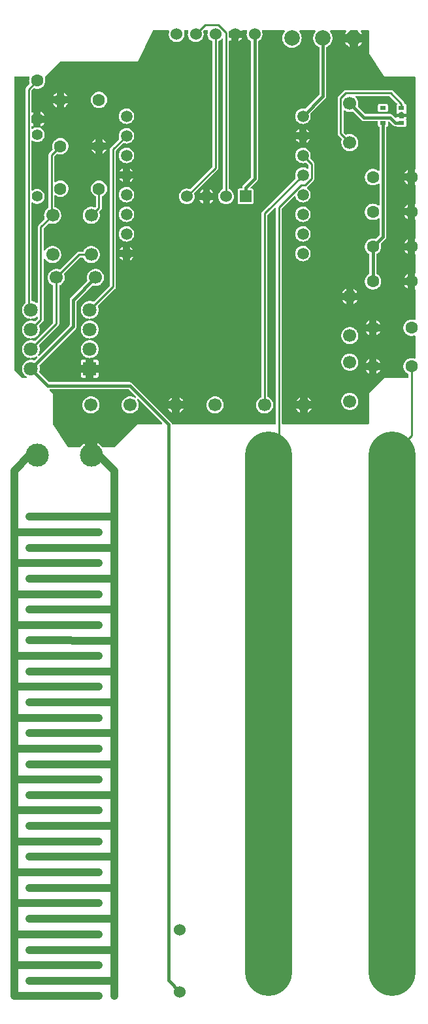
<source format=gtl>
G04 Layer: TopLayer*
G04 EasyEDA v6.5.46, 2025-07-26 15:58:12*
G04 6a7e19aa2f684b7bb05dc37647730589,ba325f3f76be48ccbdad7cc867071ff5,10*
G04 Gerber Generator version 0.2*
G04 Scale: 100 percent, Rotated: No, Reflected: No *
G04 Dimensions in millimeters *
G04 leading zeros omitted , absolute positions ,4 integer and 5 decimal *
%FSLAX45Y45*%
%MOMM*%

%AMMACRO1*21,1,$1,$2,0,0,$3*%
%ADD10C,6.1020*%
%ADD11C,0.3810*%
%ADD12C,0.2540*%
%ADD13C,1.0000*%
%ADD14R,0.8000X0.5500*%
%ADD15C,1.5240*%
%ADD16C,1.6000*%
%ADD17C,1.7000*%
%ADD18C,1.4000*%
%ADD19C,3.0000*%
%ADD20C,1.5000*%
%ADD21R,1.8000X1.8000*%
%ADD22C,1.8000*%
%ADD23MACRO1,1.524X1.524X90.0000*%
%ADD24C,2.0000*%
%ADD25C,0.0116*%

%LPD*%
G36*
X2154072Y-5199989D02*
G01*
X2150516Y-5199329D01*
X2147417Y-5197500D01*
X2145131Y-5194655D01*
X2143810Y-5189575D01*
X2141169Y-5181752D01*
X2137105Y-5174488D01*
X2131517Y-5167782D01*
X1630476Y-4667046D01*
X1623568Y-4661814D01*
X1616151Y-4658156D01*
X1608175Y-4655870D01*
X1599488Y-4655058D01*
X560781Y-4655058D01*
X556920Y-4654296D01*
X553618Y-4652060D01*
X430834Y-4529328D01*
X428650Y-4526076D01*
X427888Y-4522216D01*
X432816Y-4502708D01*
X434644Y-4488281D01*
X434644Y-4473702D01*
X432816Y-4459274D01*
X427888Y-4439767D01*
X428701Y-4435957D01*
X430885Y-4432706D01*
X897890Y-3965600D01*
X903122Y-3958691D01*
X906780Y-3951274D01*
X909066Y-3943299D01*
X909878Y-3934612D01*
X909878Y-3611879D01*
X910640Y-3608019D01*
X912876Y-3604717D01*
X1109726Y-3407816D01*
X1112723Y-3405784D01*
X1116228Y-3404870D01*
X1119835Y-3405276D01*
X1129334Y-3408121D01*
X1143355Y-3410356D01*
X1157528Y-3410813D01*
X1171702Y-3409442D01*
X1185570Y-3406292D01*
X1198880Y-3401364D01*
X1211478Y-3394811D01*
X1223111Y-3386683D01*
X1233678Y-3377133D01*
X1242872Y-3366312D01*
X1250594Y-3354425D01*
X1256792Y-3341624D01*
X1261262Y-3328111D01*
X1263954Y-3314192D01*
X1264869Y-3300018D01*
X1263954Y-3285794D01*
X1261262Y-3271875D01*
X1256792Y-3258362D01*
X1250594Y-3245561D01*
X1242872Y-3233674D01*
X1233678Y-3222853D01*
X1223111Y-3213303D01*
X1211478Y-3205175D01*
X1198880Y-3198622D01*
X1185570Y-3193694D01*
X1171702Y-3190544D01*
X1157528Y-3189173D01*
X1143355Y-3189630D01*
X1129334Y-3191865D01*
X1115720Y-3195929D01*
X1102715Y-3201670D01*
X1090574Y-3209036D01*
X1079449Y-3217926D01*
X1069543Y-3228136D01*
X1061059Y-3239516D01*
X1054100Y-3251860D01*
X1048766Y-3265068D01*
X1045159Y-3278784D01*
X1043330Y-3292906D01*
X1043330Y-3307079D01*
X1045159Y-3321202D01*
X1048664Y-3334613D01*
X1048969Y-3338118D01*
X1048054Y-3341522D01*
X1046022Y-3344367D01*
X831951Y-3558540D01*
X826719Y-3565448D01*
X823061Y-3572865D01*
X820775Y-3580841D01*
X819962Y-3589528D01*
X819962Y-3912260D01*
X819200Y-3916121D01*
X816965Y-3919423D01*
X427177Y-4309262D01*
X423519Y-4311599D01*
X419303Y-4312208D01*
X415137Y-4311040D01*
X411886Y-4308246D01*
X410057Y-4304334D01*
X410006Y-4300016D01*
X411734Y-4296105D01*
X416864Y-4289094D01*
X423875Y-4276344D01*
X429209Y-4262780D01*
X432816Y-4248708D01*
X434644Y-4234281D01*
X434644Y-4219702D01*
X432816Y-4205274D01*
X429209Y-4191203D01*
X426059Y-4183176D01*
X425348Y-4179366D01*
X426110Y-4175506D01*
X428294Y-4172254D01*
X672947Y-3927652D01*
X678078Y-3921404D01*
X681634Y-3914749D01*
X683818Y-3907536D01*
X684631Y-3899509D01*
X684631Y-3410762D01*
X685292Y-3407156D01*
X687171Y-3404006D01*
X690067Y-3401771D01*
X703478Y-3394811D01*
X715111Y-3386683D01*
X725678Y-3377133D01*
X734872Y-3366312D01*
X742594Y-3354425D01*
X748792Y-3341624D01*
X753262Y-3328111D01*
X755954Y-3314192D01*
X756869Y-3300018D01*
X755954Y-3285794D01*
X753262Y-3271875D01*
X749096Y-3259378D01*
X748588Y-3255721D01*
X749452Y-3252063D01*
X751586Y-3249015D01*
X954989Y-3045612D01*
X958291Y-3043377D01*
X962202Y-3042615D01*
X989482Y-3042615D01*
X993292Y-3043377D01*
X996543Y-3045460D01*
X998778Y-3048660D01*
X1001674Y-3055264D01*
X1009040Y-3067456D01*
X1017930Y-3078530D01*
X1028141Y-3088436D01*
X1039520Y-3096920D01*
X1051864Y-3103880D01*
X1065072Y-3109214D01*
X1078788Y-3112820D01*
X1092911Y-3114649D01*
X1107084Y-3114649D01*
X1121206Y-3112820D01*
X1134922Y-3109214D01*
X1148130Y-3103880D01*
X1160475Y-3096920D01*
X1171854Y-3088436D01*
X1182065Y-3078530D01*
X1190955Y-3067456D01*
X1198321Y-3055264D01*
X1204061Y-3042310D01*
X1208125Y-3028645D01*
X1210360Y-3014624D01*
X1210818Y-3000451D01*
X1209446Y-2986278D01*
X1206296Y-2972460D01*
X1201369Y-2959100D01*
X1194816Y-2946501D01*
X1186688Y-2934868D01*
X1177137Y-2924352D01*
X1166317Y-2915107D01*
X1154430Y-2907385D01*
X1141628Y-2901188D01*
X1128115Y-2896717D01*
X1114196Y-2894025D01*
X1100023Y-2893110D01*
X1085799Y-2894025D01*
X1071880Y-2896717D01*
X1058367Y-2901188D01*
X1045565Y-2907385D01*
X1033678Y-2915107D01*
X1022858Y-2924352D01*
X1013307Y-2934868D01*
X1005179Y-2946501D01*
X998219Y-2959912D01*
X995984Y-2962808D01*
X992835Y-2964738D01*
X989177Y-2965399D01*
X942492Y-2965399D01*
X934466Y-2966212D01*
X927252Y-2968396D01*
X920546Y-2971952D01*
X914349Y-2977083D01*
X696874Y-3194507D01*
X693724Y-3196640D01*
X689965Y-3197504D01*
X686206Y-3196844D01*
X677570Y-3193694D01*
X663702Y-3190544D01*
X649528Y-3189173D01*
X635355Y-3189630D01*
X621334Y-3191865D01*
X607720Y-3195929D01*
X594715Y-3201670D01*
X582574Y-3209036D01*
X571449Y-3217926D01*
X561543Y-3228136D01*
X553059Y-3239516D01*
X546100Y-3251860D01*
X540766Y-3265068D01*
X537159Y-3278784D01*
X535330Y-3292906D01*
X535330Y-3307079D01*
X537159Y-3321202D01*
X540766Y-3334918D01*
X546100Y-3348126D01*
X553059Y-3360470D01*
X561543Y-3371850D01*
X571449Y-3382060D01*
X582574Y-3390950D01*
X594715Y-3398316D01*
X601319Y-3401263D01*
X604520Y-3403447D01*
X606653Y-3406698D01*
X607415Y-3410508D01*
X607415Y-3879799D01*
X606602Y-3883660D01*
X604418Y-3886962D01*
X373837Y-4117543D01*
X370382Y-4119829D01*
X366318Y-4120540D01*
X361645Y-4119219D01*
X347827Y-4114749D01*
X333502Y-4112006D01*
X319024Y-4111091D01*
X304495Y-4112006D01*
X290169Y-4114749D01*
X276352Y-4119219D01*
X263144Y-4125417D01*
X250901Y-4133240D01*
X239674Y-4142536D01*
X229717Y-4153103D01*
X221132Y-4164888D01*
X214121Y-4177639D01*
X208788Y-4191203D01*
X205181Y-4205274D01*
X203352Y-4219702D01*
X203352Y-4234281D01*
X205181Y-4248708D01*
X208788Y-4262780D01*
X214121Y-4276344D01*
X221132Y-4289094D01*
X229717Y-4300880D01*
X239674Y-4311446D01*
X250901Y-4320743D01*
X263144Y-4328566D01*
X276352Y-4334764D01*
X290169Y-4339234D01*
X304495Y-4341977D01*
X319024Y-4342892D01*
X333502Y-4341977D01*
X347827Y-4339234D01*
X361645Y-4334764D01*
X374853Y-4328566D01*
X387553Y-4320489D01*
X391464Y-4319016D01*
X395681Y-4319270D01*
X399440Y-4321200D01*
X402082Y-4324502D01*
X403148Y-4328566D01*
X402488Y-4332732D01*
X400151Y-4336237D01*
X367182Y-4369206D01*
X364134Y-4371289D01*
X360527Y-4372152D01*
X356870Y-4371695D01*
X347827Y-4368749D01*
X333502Y-4366006D01*
X319024Y-4365091D01*
X304495Y-4366006D01*
X290169Y-4368749D01*
X276352Y-4373219D01*
X263144Y-4379417D01*
X250901Y-4387240D01*
X239674Y-4396536D01*
X229717Y-4407103D01*
X221132Y-4418888D01*
X214121Y-4431639D01*
X208788Y-4445203D01*
X205181Y-4459274D01*
X203352Y-4473702D01*
X203352Y-4488281D01*
X205181Y-4502708D01*
X208788Y-4516780D01*
X214121Y-4530344D01*
X221132Y-4543094D01*
X229717Y-4554880D01*
X239674Y-4565446D01*
X250901Y-4574743D01*
X261112Y-4581245D01*
X264210Y-4584293D01*
X265734Y-4588357D01*
X265430Y-4592675D01*
X263398Y-4596485D01*
X259892Y-4599076D01*
X255676Y-4599990D01*
X204216Y-4599990D01*
X200304Y-4599228D01*
X197002Y-4596993D01*
X102971Y-4502962D01*
X100787Y-4499660D01*
X100025Y-4495800D01*
X100025Y-710184D01*
X100787Y-706272D01*
X102971Y-702970D01*
X106273Y-700786D01*
X110185Y-700024D01*
X291236Y-700024D01*
X294995Y-700735D01*
X298196Y-702767D01*
X300431Y-705916D01*
X301345Y-709625D01*
X300837Y-713435D01*
X297738Y-722630D01*
X294995Y-736193D01*
X294132Y-750011D01*
X294995Y-763828D01*
X297738Y-777392D01*
X300837Y-786587D01*
X301345Y-790295D01*
X300482Y-793902D01*
X298399Y-797001D01*
X259486Y-835914D01*
X254355Y-842162D01*
X250799Y-848817D01*
X248615Y-856030D01*
X247853Y-864057D01*
X247853Y-3623005D01*
X246837Y-3627323D01*
X244144Y-3630828D01*
X239674Y-3634536D01*
X229717Y-3645103D01*
X221132Y-3656888D01*
X214121Y-3669639D01*
X208788Y-3683203D01*
X205181Y-3697274D01*
X203352Y-3711701D01*
X203352Y-3726281D01*
X205181Y-3740708D01*
X208788Y-3754780D01*
X214121Y-3768344D01*
X221132Y-3781094D01*
X229717Y-3792880D01*
X239674Y-3803446D01*
X250901Y-3812743D01*
X263144Y-3820566D01*
X276352Y-3826764D01*
X290169Y-3831234D01*
X304495Y-3833977D01*
X319024Y-3834892D01*
X333502Y-3833977D01*
X347827Y-3831234D01*
X361645Y-3826764D01*
X374853Y-3820566D01*
X387096Y-3812743D01*
X391718Y-3808933D01*
X395071Y-3807104D01*
X398830Y-3806647D01*
X402539Y-3807561D01*
X405587Y-3809796D01*
X407619Y-3813048D01*
X408381Y-3816756D01*
X408381Y-3824833D01*
X407568Y-3828694D01*
X405384Y-3831996D01*
X373837Y-3863543D01*
X370382Y-3865829D01*
X366318Y-3866540D01*
X361645Y-3865219D01*
X347827Y-3860749D01*
X333502Y-3858006D01*
X319024Y-3857091D01*
X304495Y-3858006D01*
X290169Y-3860749D01*
X276352Y-3865219D01*
X263144Y-3871417D01*
X250901Y-3879240D01*
X239674Y-3888536D01*
X229717Y-3899103D01*
X221132Y-3910888D01*
X214121Y-3923639D01*
X208788Y-3937203D01*
X205181Y-3951274D01*
X203352Y-3965701D01*
X203352Y-3980281D01*
X205181Y-3994708D01*
X208788Y-4008780D01*
X214121Y-4022344D01*
X221132Y-4035094D01*
X229717Y-4046880D01*
X239674Y-4057446D01*
X250901Y-4066743D01*
X263144Y-4074566D01*
X276352Y-4080764D01*
X290169Y-4085234D01*
X304495Y-4087977D01*
X319024Y-4088892D01*
X333502Y-4087977D01*
X347827Y-4085234D01*
X361645Y-4080764D01*
X374853Y-4074566D01*
X387096Y-4066743D01*
X398322Y-4057446D01*
X408279Y-4046880D01*
X416864Y-4035094D01*
X423875Y-4022344D01*
X429209Y-4008780D01*
X432816Y-3994708D01*
X434644Y-3980281D01*
X434644Y-3965701D01*
X432816Y-3951274D01*
X429209Y-3937203D01*
X426059Y-3929176D01*
X425348Y-3925366D01*
X426110Y-3921506D01*
X428294Y-3918254D01*
X473913Y-3872687D01*
X479043Y-3866438D01*
X482600Y-3859784D01*
X484784Y-3852570D01*
X485597Y-3844544D01*
X485597Y-3065068D01*
X486511Y-3060801D01*
X489153Y-3057347D01*
X493014Y-3055264D01*
X497332Y-3055010D01*
X501396Y-3056636D01*
X504443Y-3059785D01*
X509066Y-3067456D01*
X517906Y-3078530D01*
X528116Y-3088436D01*
X539496Y-3096920D01*
X551891Y-3103880D01*
X565048Y-3109214D01*
X578815Y-3112820D01*
X592886Y-3114649D01*
X607110Y-3114649D01*
X621182Y-3112820D01*
X634949Y-3109214D01*
X648106Y-3103880D01*
X660501Y-3096920D01*
X671880Y-3088436D01*
X682091Y-3078530D01*
X690930Y-3067456D01*
X698296Y-3055264D01*
X704088Y-3042310D01*
X708101Y-3028645D01*
X710387Y-3014624D01*
X710844Y-3000451D01*
X709472Y-2986278D01*
X706323Y-2972460D01*
X701395Y-2959100D01*
X694842Y-2946501D01*
X686714Y-2934868D01*
X677164Y-2924352D01*
X666343Y-2915107D01*
X654405Y-2907385D01*
X641604Y-2901188D01*
X628142Y-2896717D01*
X614172Y-2894025D01*
X599998Y-2893110D01*
X585825Y-2894025D01*
X571855Y-2896717D01*
X558393Y-2901188D01*
X545592Y-2907385D01*
X533654Y-2915107D01*
X522833Y-2924352D01*
X513283Y-2934868D01*
X505155Y-2946501D01*
X501853Y-2950768D01*
X497789Y-2952597D01*
X493318Y-2952496D01*
X489305Y-2950514D01*
X486562Y-2947009D01*
X485597Y-2942640D01*
X485597Y-2669235D01*
X486359Y-2665374D01*
X488543Y-2662072D01*
X549148Y-2601468D01*
X552399Y-2599283D01*
X556260Y-2598470D01*
X560120Y-2599232D01*
X565048Y-2601214D01*
X578815Y-2604820D01*
X592886Y-2606649D01*
X607110Y-2606649D01*
X621182Y-2604820D01*
X634949Y-2601214D01*
X648106Y-2595880D01*
X660501Y-2588920D01*
X671880Y-2580436D01*
X682091Y-2570530D01*
X690930Y-2559456D01*
X698296Y-2547264D01*
X704088Y-2534310D01*
X708101Y-2520645D01*
X710387Y-2506624D01*
X710844Y-2492451D01*
X709472Y-2478278D01*
X706323Y-2464460D01*
X701395Y-2451100D01*
X694842Y-2438501D01*
X686714Y-2426868D01*
X677164Y-2416352D01*
X666343Y-2407107D01*
X654405Y-2399385D01*
X641604Y-2393188D01*
X628599Y-2388920D01*
X624992Y-2386787D01*
X622554Y-2383383D01*
X621690Y-2379268D01*
X621690Y-2243734D01*
X622604Y-2239518D01*
X625246Y-2236012D01*
X629056Y-2233980D01*
X633425Y-2233726D01*
X637489Y-2235301D01*
X647039Y-2241702D01*
X659485Y-2247798D01*
X672592Y-2252268D01*
X686155Y-2254961D01*
X699973Y-2255875D01*
X713790Y-2254961D01*
X727405Y-2252268D01*
X740511Y-2247798D01*
X752906Y-2241702D01*
X764438Y-2233980D01*
X774852Y-2224887D01*
X783996Y-2214473D01*
X791667Y-2202942D01*
X797814Y-2190496D01*
X802284Y-2177389D01*
X804976Y-2163826D01*
X805891Y-2150008D01*
X804976Y-2136190D01*
X802284Y-2122576D01*
X797814Y-2109470D01*
X791667Y-2097074D01*
X783996Y-2085543D01*
X774852Y-2075129D01*
X764438Y-2065985D01*
X752906Y-2058314D01*
X740511Y-2052167D01*
X727405Y-2047697D01*
X713790Y-2045004D01*
X699973Y-2044090D01*
X686155Y-2045004D01*
X672592Y-2047697D01*
X659485Y-2052167D01*
X647039Y-2058314D01*
X637489Y-2064715D01*
X633425Y-2066289D01*
X629056Y-2066036D01*
X625246Y-2063953D01*
X622604Y-2060498D01*
X621690Y-2056231D01*
X621690Y-1737156D01*
X622452Y-1733245D01*
X624636Y-1729943D01*
X652983Y-1701596D01*
X656082Y-1699514D01*
X659739Y-1698650D01*
X663448Y-1699158D01*
X672592Y-1702257D01*
X686155Y-1705000D01*
X699973Y-1705864D01*
X713790Y-1705000D01*
X727405Y-1702257D01*
X740511Y-1697837D01*
X752906Y-1691690D01*
X764438Y-1684020D01*
X774852Y-1674875D01*
X783996Y-1664462D01*
X791667Y-1652930D01*
X797814Y-1640535D01*
X802284Y-1627378D01*
X804976Y-1613814D01*
X805891Y-1599996D01*
X804976Y-1586179D01*
X802284Y-1572615D01*
X797814Y-1559458D01*
X791667Y-1547063D01*
X783996Y-1535531D01*
X774852Y-1525117D01*
X764438Y-1515973D01*
X752906Y-1508302D01*
X740511Y-1502156D01*
X727405Y-1497736D01*
X713790Y-1494993D01*
X699973Y-1494129D01*
X686155Y-1494993D01*
X672592Y-1497736D01*
X659485Y-1502156D01*
X647039Y-1508302D01*
X635508Y-1515973D01*
X625094Y-1525117D01*
X616000Y-1535531D01*
X608279Y-1547063D01*
X602183Y-1559458D01*
X597712Y-1572615D01*
X595020Y-1586179D01*
X594106Y-1599996D01*
X595020Y-1613814D01*
X597712Y-1627378D01*
X600811Y-1636572D01*
X601370Y-1640281D01*
X600506Y-1643938D01*
X598373Y-1647037D01*
X556107Y-1689303D01*
X550976Y-1695500D01*
X547420Y-1702206D01*
X545236Y-1709420D01*
X544474Y-1717446D01*
X544474Y-2394610D01*
X543915Y-2397912D01*
X542290Y-2400858D01*
X539851Y-2403144D01*
X533654Y-2407107D01*
X522833Y-2416352D01*
X513283Y-2426868D01*
X505155Y-2438501D01*
X498601Y-2451100D01*
X493674Y-2464460D01*
X490524Y-2478278D01*
X489153Y-2492451D01*
X489610Y-2506624D01*
X491896Y-2520645D01*
X497433Y-2539644D01*
X496671Y-2543606D01*
X494436Y-2546959D01*
X420014Y-2621381D01*
X414883Y-2627630D01*
X411327Y-2634284D01*
X409143Y-2641498D01*
X408381Y-2649524D01*
X408381Y-3621227D01*
X407619Y-3624935D01*
X405587Y-3628186D01*
X402539Y-3630422D01*
X398830Y-3631336D01*
X395071Y-3630879D01*
X391718Y-3629050D01*
X387096Y-3625240D01*
X374853Y-3617417D01*
X361645Y-3611219D01*
X347827Y-3606749D01*
X333298Y-3603955D01*
X330047Y-3602736D01*
X327355Y-3600450D01*
X325628Y-3597452D01*
X325069Y-3593998D01*
X325069Y-2333802D01*
X325983Y-2329484D01*
X328676Y-2325979D01*
X332587Y-2323947D01*
X337007Y-2323795D01*
X341071Y-2325471D01*
X350164Y-2331923D01*
X361797Y-2337917D01*
X374142Y-2342337D01*
X386943Y-2344978D01*
X399999Y-2345893D01*
X413054Y-2344978D01*
X425856Y-2342337D01*
X438200Y-2337917D01*
X449834Y-2331923D01*
X460501Y-2324354D01*
X470052Y-2315464D01*
X478332Y-2305304D01*
X485140Y-2294128D01*
X490372Y-2282088D01*
X493877Y-2269490D01*
X495655Y-2256536D01*
X495655Y-2243429D01*
X493877Y-2230475D01*
X490372Y-2217877D01*
X485140Y-2205888D01*
X478332Y-2194712D01*
X470052Y-2184552D01*
X460501Y-2175611D01*
X449834Y-2168093D01*
X438200Y-2162048D01*
X425856Y-2157679D01*
X413054Y-2154986D01*
X399999Y-2154123D01*
X386943Y-2154986D01*
X374142Y-2157679D01*
X361797Y-2162048D01*
X350164Y-2168093D01*
X341071Y-2174494D01*
X337007Y-2176221D01*
X332587Y-2176018D01*
X328676Y-2173986D01*
X325983Y-2170480D01*
X325069Y-2166213D01*
X325069Y-1533804D01*
X325983Y-1529486D01*
X328676Y-1525981D01*
X332587Y-1523949D01*
X337007Y-1523796D01*
X341071Y-1525473D01*
X350164Y-1531924D01*
X361797Y-1537919D01*
X374142Y-1542338D01*
X386943Y-1544980D01*
X399999Y-1545894D01*
X413054Y-1544980D01*
X425856Y-1542338D01*
X438200Y-1537919D01*
X449834Y-1531924D01*
X460501Y-1524355D01*
X470052Y-1515465D01*
X478332Y-1505305D01*
X485140Y-1494129D01*
X490372Y-1482090D01*
X493877Y-1469491D01*
X495655Y-1456537D01*
X495655Y-1443431D01*
X493877Y-1430477D01*
X490372Y-1417878D01*
X485140Y-1405890D01*
X478332Y-1394714D01*
X470052Y-1384554D01*
X460501Y-1375613D01*
X449834Y-1368094D01*
X443128Y-1364589D01*
X439724Y-1361744D01*
X438962Y-1360119D01*
X436626Y-1360728D01*
X432765Y-1360119D01*
X425856Y-1357680D01*
X413054Y-1354988D01*
X399999Y-1354124D01*
X386943Y-1354988D01*
X374142Y-1357680D01*
X367233Y-1360119D01*
X363372Y-1360728D01*
X361035Y-1360119D01*
X360273Y-1361744D01*
X356870Y-1364589D01*
X350164Y-1368094D01*
X341071Y-1374495D01*
X337007Y-1376222D01*
X332587Y-1376019D01*
X328676Y-1373987D01*
X325983Y-1370482D01*
X325069Y-1366215D01*
X325069Y-1345996D01*
X325983Y-1341780D01*
X328625Y-1338275D01*
X332435Y-1336243D01*
X336804Y-1335989D01*
X340868Y-1337564D01*
X347065Y-1341729D01*
X353669Y-1344980D01*
X353669Y-1296365D01*
X335229Y-1296365D01*
X331317Y-1295603D01*
X328015Y-1293368D01*
X325831Y-1290066D01*
X325069Y-1286205D01*
X325069Y-1213815D01*
X325831Y-1209954D01*
X328015Y-1206652D01*
X331317Y-1204417D01*
X335229Y-1203655D01*
X353669Y-1203655D01*
X353669Y-1155039D01*
X347065Y-1158290D01*
X340868Y-1162456D01*
X336804Y-1164031D01*
X332435Y-1163777D01*
X328625Y-1161745D01*
X325983Y-1158240D01*
X325069Y-1154023D01*
X325069Y-883767D01*
X325831Y-879906D01*
X328015Y-876604D01*
X353009Y-851611D01*
X356108Y-849528D01*
X359714Y-848664D01*
X363423Y-849172D01*
X372618Y-852271D01*
X386181Y-855014D01*
X399999Y-855878D01*
X413816Y-855014D01*
X427380Y-852271D01*
X440537Y-847852D01*
X452932Y-841705D01*
X464464Y-834034D01*
X474878Y-824890D01*
X484022Y-814476D01*
X491693Y-802944D01*
X497840Y-790549D01*
X502259Y-777392D01*
X505002Y-763828D01*
X505866Y-750011D01*
X505002Y-736193D01*
X502259Y-722630D01*
X497992Y-710031D01*
X497484Y-706323D01*
X498348Y-702665D01*
X500430Y-699566D01*
X697026Y-502970D01*
X700328Y-500786D01*
X704189Y-500024D01*
X1699006Y-500024D01*
X1700377Y-499262D01*
X1897176Y-105613D01*
X1899462Y-102666D01*
X1902612Y-100685D01*
X1906270Y-100025D01*
X2101850Y-100025D01*
X2105558Y-100685D01*
X2108758Y-102717D01*
X2111044Y-105765D01*
X2112010Y-109423D01*
X2111552Y-113182D01*
X2107438Y-126441D01*
X2105202Y-139903D01*
X2104745Y-153517D01*
X2106066Y-167081D01*
X2109266Y-180340D01*
X2114143Y-193090D01*
X2120696Y-205028D01*
X2128774Y-216001D01*
X2138273Y-225806D01*
X2148992Y-234289D01*
X2160727Y-241249D01*
X2173274Y-246532D01*
X2186432Y-250139D01*
X2199944Y-251967D01*
X2213559Y-251967D01*
X2227072Y-250139D01*
X2240229Y-246532D01*
X2252776Y-241249D01*
X2264511Y-234289D01*
X2275230Y-225806D01*
X2284730Y-216001D01*
X2292807Y-205028D01*
X2299360Y-193090D01*
X2304237Y-180340D01*
X2307437Y-167081D01*
X2308758Y-153517D01*
X2308301Y-139903D01*
X2306066Y-126441D01*
X2301951Y-113182D01*
X2301494Y-109423D01*
X2302459Y-105765D01*
X2304745Y-102717D01*
X2307945Y-100685D01*
X2311654Y-100025D01*
X2348992Y-100025D01*
X2352700Y-100685D01*
X2355900Y-102717D01*
X2358186Y-105765D01*
X2359152Y-109423D01*
X2358694Y-113182D01*
X2354580Y-126441D01*
X2352344Y-139903D01*
X2351887Y-153517D01*
X2353208Y-167081D01*
X2356408Y-180340D01*
X2361285Y-193090D01*
X2367838Y-205028D01*
X2375916Y-216001D01*
X2385415Y-225806D01*
X2396134Y-234289D01*
X2407869Y-241249D01*
X2420416Y-246532D01*
X2433574Y-250139D01*
X2447086Y-251967D01*
X2460701Y-251967D01*
X2474214Y-250139D01*
X2487371Y-246532D01*
X2499918Y-241249D01*
X2511653Y-234289D01*
X2522372Y-225806D01*
X2531872Y-216001D01*
X2539949Y-205028D01*
X2546502Y-193090D01*
X2551379Y-180340D01*
X2554579Y-167081D01*
X2555900Y-153517D01*
X2555443Y-139903D01*
X2553208Y-126441D01*
X2550058Y-116230D01*
X2549601Y-112623D01*
X2550464Y-109067D01*
X2552547Y-106070D01*
X2555646Y-102971D01*
X2558948Y-100787D01*
X2562809Y-100025D01*
X2602992Y-100025D01*
X2606700Y-100685D01*
X2609900Y-102717D01*
X2612186Y-105765D01*
X2613152Y-109423D01*
X2612694Y-113182D01*
X2608580Y-126441D01*
X2606344Y-139903D01*
X2605887Y-153517D01*
X2607208Y-167081D01*
X2610408Y-180340D01*
X2615285Y-193090D01*
X2621838Y-205028D01*
X2629916Y-216001D01*
X2639415Y-225806D01*
X2650134Y-234289D01*
X2666339Y-243941D01*
X2668524Y-247243D01*
X2669286Y-251104D01*
X2669286Y-1859889D01*
X2668524Y-1863750D01*
X2666288Y-1867052D01*
X2382164Y-2151176D01*
X2379268Y-2153208D01*
X2375814Y-2154123D01*
X2372309Y-2153818D01*
X2358339Y-2149957D01*
X2344826Y-2148128D01*
X2331161Y-2148128D01*
X2317648Y-2149957D01*
X2304491Y-2153564D01*
X2291943Y-2158898D01*
X2280208Y-2165807D01*
X2269540Y-2174290D01*
X2260041Y-2184095D01*
X2251964Y-2195068D01*
X2245410Y-2207006D01*
X2240483Y-2219756D01*
X2237333Y-2233015D01*
X2235962Y-2246579D01*
X2236419Y-2260193D01*
X2238705Y-2273655D01*
X2242718Y-2286711D01*
X2248458Y-2299055D01*
X2255824Y-2310536D01*
X2264613Y-2320950D01*
X2274722Y-2330094D01*
X2285949Y-2337816D01*
X2298141Y-2343962D01*
X2311044Y-2348433D01*
X2324404Y-2351176D01*
X2337968Y-2352090D01*
X2351582Y-2351176D01*
X2364943Y-2348433D01*
X2377846Y-2343962D01*
X2390038Y-2337816D01*
X2401265Y-2330094D01*
X2411374Y-2320950D01*
X2420162Y-2310536D01*
X2427528Y-2299055D01*
X2433269Y-2286711D01*
X2437282Y-2273655D01*
X2439568Y-2260193D01*
X2440025Y-2246579D01*
X2438654Y-2233015D01*
X2435504Y-2219756D01*
X2434336Y-2216759D01*
X2433675Y-2212949D01*
X2434488Y-2209139D01*
X2436622Y-2205939D01*
X2734818Y-1907743D01*
X2739948Y-1901494D01*
X2743504Y-1894839D01*
X2745689Y-1887626D01*
X2746502Y-1879600D01*
X2746502Y-251104D01*
X2747264Y-247243D01*
X2749448Y-243941D01*
X2765653Y-234289D01*
X2776372Y-225806D01*
X2785872Y-216001D01*
X2789021Y-211683D01*
X2792171Y-208889D01*
X2796184Y-207619D01*
X2800400Y-208076D01*
X2804058Y-210159D01*
X2806496Y-213614D01*
X2807411Y-217728D01*
X2807411Y-2148992D01*
X2806598Y-2152853D01*
X2804464Y-2156155D01*
X2788208Y-2165807D01*
X2777540Y-2174290D01*
X2768041Y-2184095D01*
X2759964Y-2195068D01*
X2753410Y-2207006D01*
X2748483Y-2219756D01*
X2745333Y-2233015D01*
X2743962Y-2246579D01*
X2744419Y-2260193D01*
X2746705Y-2273655D01*
X2750718Y-2286711D01*
X2756458Y-2299055D01*
X2763824Y-2310536D01*
X2772613Y-2320950D01*
X2782722Y-2330094D01*
X2793949Y-2337816D01*
X2806141Y-2343962D01*
X2819044Y-2348433D01*
X2832404Y-2351176D01*
X2845968Y-2352090D01*
X2859582Y-2351176D01*
X2872943Y-2348433D01*
X2885846Y-2343962D01*
X2898038Y-2337816D01*
X2909265Y-2330094D01*
X2919374Y-2320950D01*
X2928162Y-2310536D01*
X2935528Y-2299055D01*
X2941269Y-2286711D01*
X2945282Y-2273655D01*
X2947568Y-2260193D01*
X2948025Y-2246579D01*
X2946654Y-2233015D01*
X2943504Y-2219756D01*
X2938576Y-2207006D01*
X2932023Y-2195068D01*
X2923946Y-2184095D01*
X2914446Y-2174290D01*
X2903778Y-2165807D01*
X2887522Y-2156155D01*
X2885389Y-2152853D01*
X2884627Y-2148992D01*
X2884627Y-239826D01*
X2885592Y-235458D01*
X2888437Y-231902D01*
X2892450Y-229920D01*
X2896971Y-229920D01*
X2901035Y-231851D01*
X2904134Y-234289D01*
X2915869Y-241249D01*
X2917444Y-241909D01*
X2917444Y-194564D01*
X2894736Y-194564D01*
X2890875Y-193802D01*
X2887573Y-191566D01*
X2885389Y-188315D01*
X2884627Y-184404D01*
X2884627Y-127762D01*
X2883814Y-119735D01*
X2883103Y-115011D01*
X2884119Y-111404D01*
X2886354Y-108356D01*
X2889554Y-106375D01*
X2893263Y-105664D01*
X2918510Y-105664D01*
X2920746Y-102666D01*
X2923946Y-100685D01*
X2927604Y-100025D01*
X2996184Y-100025D01*
X2999841Y-100685D01*
X3003042Y-102666D01*
X3005277Y-105664D01*
X3057652Y-105664D01*
X3059938Y-102666D01*
X3063087Y-100685D01*
X3066796Y-100025D01*
X3110992Y-100025D01*
X3114700Y-100685D01*
X3117900Y-102717D01*
X3120186Y-105765D01*
X3121152Y-109423D01*
X3120694Y-113182D01*
X3116580Y-126441D01*
X3114344Y-139903D01*
X3113887Y-153517D01*
X3115208Y-167081D01*
X3118408Y-180340D01*
X3123285Y-193090D01*
X3129838Y-205028D01*
X3137916Y-216001D01*
X3147415Y-225806D01*
X3158134Y-234289D01*
X3165957Y-238912D01*
X3168599Y-241198D01*
X3170326Y-244195D01*
X3170936Y-247650D01*
X3170936Y-1995170D01*
X3170174Y-1999030D01*
X3167938Y-2002332D01*
X3066999Y-2103323D01*
X3061817Y-2110232D01*
X3058109Y-2117648D01*
X3055823Y-2125726D01*
X3055112Y-2131974D01*
X3055010Y-2137816D01*
X3054248Y-2141677D01*
X3052013Y-2144928D01*
X3048762Y-2147112D01*
X3044901Y-2147874D01*
X3024378Y-2147874D01*
X3018028Y-2148586D01*
X3012592Y-2150516D01*
X3007664Y-2153615D01*
X3003600Y-2157679D01*
X3000502Y-2162606D01*
X2998622Y-2168042D01*
X2997911Y-2174341D01*
X2997911Y-2325624D01*
X2998622Y-2331923D01*
X3000502Y-2337409D01*
X3003600Y-2342286D01*
X3007664Y-2346401D01*
X3012592Y-2349500D01*
X3018028Y-2351379D01*
X3024378Y-2352090D01*
X3175609Y-2352090D01*
X3181959Y-2351379D01*
X3187395Y-2349500D01*
X3192322Y-2346401D01*
X3196386Y-2342286D01*
X3199485Y-2337409D01*
X3201365Y-2331923D01*
X3202127Y-2325624D01*
X3202127Y-2174341D01*
X3201365Y-2168042D01*
X3199485Y-2162606D01*
X3196386Y-2157679D01*
X3192322Y-2153615D01*
X3187395Y-2150516D01*
X3181959Y-2148586D01*
X3174085Y-2147874D01*
X3170224Y-2147112D01*
X3166922Y-2144928D01*
X3164687Y-2141626D01*
X3163925Y-2137714D01*
X3164687Y-2133854D01*
X3166922Y-2130552D01*
X3248863Y-2048510D01*
X3254095Y-2041601D01*
X3257753Y-2034184D01*
X3260039Y-2026208D01*
X3260852Y-2017522D01*
X3260852Y-247650D01*
X3261461Y-244195D01*
X3263188Y-241198D01*
X3265830Y-238912D01*
X3273653Y-234289D01*
X3284372Y-225806D01*
X3293872Y-216001D01*
X3301949Y-205028D01*
X3308502Y-193090D01*
X3313379Y-180340D01*
X3316579Y-167081D01*
X3317900Y-153517D01*
X3317443Y-139903D01*
X3315208Y-126441D01*
X3311093Y-113182D01*
X3310636Y-109423D01*
X3311601Y-105765D01*
X3313887Y-102717D01*
X3317087Y-100685D01*
X3320796Y-100025D01*
X3597859Y-100025D01*
X3602228Y-100990D01*
X3605784Y-103784D01*
X3607714Y-107848D01*
X3607765Y-112369D01*
X3605834Y-116433D01*
X3596386Y-128473D01*
X3588512Y-141478D01*
X3582263Y-155346D01*
X3577742Y-169875D01*
X3574999Y-184810D01*
X3574084Y-199999D01*
X3574999Y-215188D01*
X3577742Y-230124D01*
X3582263Y-244652D01*
X3588512Y-258521D01*
X3596386Y-271526D01*
X3605784Y-283464D01*
X3616502Y-294233D01*
X3628491Y-303580D01*
X3641496Y-311454D01*
X3655364Y-317703D01*
X3669842Y-322224D01*
X3684828Y-324967D01*
X3700018Y-325882D01*
X3715156Y-324967D01*
X3730142Y-322224D01*
X3744620Y-317703D01*
X3758488Y-311454D01*
X3771493Y-303580D01*
X3783482Y-294233D01*
X3794201Y-283464D01*
X3803599Y-271526D01*
X3811473Y-258521D01*
X3817721Y-244652D01*
X3822242Y-230124D01*
X3824986Y-215188D01*
X3825900Y-199999D01*
X3824986Y-184810D01*
X3822242Y-169875D01*
X3817721Y-155346D01*
X3811473Y-141478D01*
X3803599Y-128473D01*
X3794150Y-116433D01*
X3792220Y-112369D01*
X3792270Y-107848D01*
X3794201Y-103784D01*
X3797757Y-100990D01*
X3802126Y-100025D01*
X3997858Y-100025D01*
X4002227Y-100990D01*
X4005783Y-103784D01*
X4007713Y-107848D01*
X4007764Y-112369D01*
X4005834Y-116433D01*
X3996385Y-128473D01*
X3988511Y-141478D01*
X3982262Y-155346D01*
X3977741Y-169875D01*
X3974998Y-184810D01*
X3974084Y-199999D01*
X3974998Y-215188D01*
X3977741Y-230124D01*
X3982262Y-244652D01*
X3988511Y-258521D01*
X3996385Y-271526D01*
X4005783Y-283464D01*
X4016501Y-294233D01*
X4028490Y-303580D01*
X4041495Y-311454D01*
X4049064Y-314858D01*
X4052214Y-317093D01*
X4054297Y-320344D01*
X4055059Y-324154D01*
X4055059Y-931164D01*
X4054246Y-935075D01*
X4052062Y-938377D01*
X3879240Y-1111199D01*
X3876446Y-1113180D01*
X3873093Y-1114094D01*
X3869690Y-1113891D01*
X3859784Y-1111504D01*
X3846372Y-1110183D01*
X3832910Y-1110640D01*
X3819601Y-1112875D01*
X3806748Y-1116838D01*
X3794506Y-1122527D01*
X3783126Y-1129792D01*
X3772865Y-1138478D01*
X3763822Y-1148486D01*
X3756202Y-1159560D01*
X3750106Y-1171600D01*
X3745687Y-1184351D01*
X3742994Y-1197559D01*
X3742131Y-1211021D01*
X3742994Y-1224432D01*
X3745687Y-1237640D01*
X3750106Y-1250391D01*
X3756202Y-1262430D01*
X3763822Y-1273505D01*
X3772865Y-1283512D01*
X3783126Y-1292199D01*
X3794506Y-1299464D01*
X3806748Y-1305153D01*
X3819601Y-1309116D01*
X3832910Y-1311402D01*
X3846372Y-1311808D01*
X3859784Y-1310487D01*
X3872890Y-1307338D01*
X3885437Y-1302512D01*
X3897274Y-1296009D01*
X3908145Y-1288034D01*
X3917797Y-1278686D01*
X3926179Y-1268069D01*
X3933037Y-1256487D01*
X3938270Y-1244092D01*
X3941876Y-1231087D01*
X3943654Y-1217726D01*
X3943654Y-1204264D01*
X3941876Y-1190904D01*
X3940149Y-1184656D01*
X3939844Y-1181150D01*
X3940708Y-1177696D01*
X3942740Y-1174800D01*
X4132986Y-984554D01*
X4138168Y-977646D01*
X4141876Y-970229D01*
X4144162Y-962253D01*
X4144975Y-953516D01*
X4144975Y-324154D01*
X4145686Y-320344D01*
X4147769Y-317093D01*
X4150918Y-314858D01*
X4158487Y-311454D01*
X4171492Y-303580D01*
X4183481Y-294233D01*
X4194200Y-283464D01*
X4203598Y-271526D01*
X4211472Y-258521D01*
X4217720Y-244652D01*
X4222242Y-230124D01*
X4224985Y-215188D01*
X4225899Y-199999D01*
X4224985Y-184810D01*
X4222242Y-169875D01*
X4217720Y-155346D01*
X4211472Y-141478D01*
X4203598Y-128473D01*
X4194149Y-116433D01*
X4192219Y-112369D01*
X4192270Y-107848D01*
X4194200Y-103784D01*
X4197756Y-100990D01*
X4202125Y-100025D01*
X4397857Y-100025D01*
X4402226Y-100990D01*
X4405782Y-103784D01*
X4407712Y-107848D01*
X4407763Y-112369D01*
X4405833Y-116433D01*
X4396384Y-128473D01*
X4388510Y-141478D01*
X4387545Y-143662D01*
X4443628Y-143662D01*
X4443628Y-110185D01*
X4444390Y-106273D01*
X4446625Y-102971D01*
X4449927Y-100787D01*
X4453788Y-100025D01*
X4546193Y-100025D01*
X4550054Y-100787D01*
X4553356Y-102971D01*
X4555591Y-106273D01*
X4556353Y-110185D01*
X4556353Y-143662D01*
X4612436Y-143662D01*
X4611471Y-141478D01*
X4603597Y-128473D01*
X4594148Y-116433D01*
X4592218Y-112369D01*
X4592269Y-107848D01*
X4594199Y-103784D01*
X4597755Y-100990D01*
X4602124Y-100025D01*
X4689856Y-100025D01*
X4693716Y-100787D01*
X4697018Y-102971D01*
X4699203Y-106273D01*
X4700016Y-110185D01*
X4700016Y-398983D01*
X4700270Y-400405D01*
X4899456Y-699160D01*
X4900523Y-700024D01*
X5289854Y-700024D01*
X5293715Y-700786D01*
X5297017Y-702970D01*
X5299202Y-706272D01*
X5300014Y-710184D01*
X5300014Y-1891182D01*
X5299049Y-1895500D01*
X5296357Y-1899005D01*
X5296357Y-1956003D01*
X5299049Y-1959508D01*
X5300014Y-1963826D01*
X5300014Y-2036165D01*
X5299049Y-2040483D01*
X5296357Y-2043988D01*
X5296357Y-2100986D01*
X5299049Y-2104491D01*
X5300014Y-2108809D01*
X5300014Y-2341219D01*
X5299049Y-2345486D01*
X5296357Y-2348992D01*
X5296357Y-2406040D01*
X5299049Y-2409494D01*
X5300014Y-2413812D01*
X5300014Y-2486202D01*
X5299049Y-2490470D01*
X5296357Y-2493975D01*
X5296357Y-2550972D01*
X5299049Y-2554478D01*
X5300014Y-2558796D01*
X5300014Y-2791206D01*
X5299049Y-2795524D01*
X5296306Y-2799029D01*
X5296306Y-2855976D01*
X5299049Y-2859481D01*
X5300014Y-2863799D01*
X5300014Y-2936189D01*
X5299049Y-2940507D01*
X5296306Y-2944012D01*
X5296306Y-3000959D01*
X5299049Y-3004464D01*
X5300014Y-3008782D01*
X5300014Y-3241192D01*
X5299049Y-3245510D01*
X5296357Y-3249015D01*
X5296357Y-3306013D01*
X5299049Y-3309518D01*
X5300014Y-3313785D01*
X5300014Y-3386175D01*
X5299049Y-3390493D01*
X5296357Y-3393948D01*
X5296357Y-3450996D01*
X5299049Y-3454501D01*
X5300014Y-3458768D01*
X5300014Y-3841191D01*
X5299252Y-3844950D01*
X5297220Y-3848201D01*
X5294071Y-3850436D01*
X5290362Y-3851351D01*
X5286552Y-3850843D01*
X5277358Y-3847693D01*
X5263794Y-3845001D01*
X5249976Y-3844086D01*
X5236159Y-3845001D01*
X5222595Y-3847693D01*
X5209438Y-3852164D01*
X5197043Y-3858310D01*
X5185511Y-3865981D01*
X5175097Y-3875125D01*
X5165953Y-3885539D01*
X5158282Y-3897071D01*
X5152136Y-3909466D01*
X5147716Y-3922572D01*
X5144973Y-3936187D01*
X5144109Y-3950004D01*
X5144973Y-3963822D01*
X5147716Y-3977386D01*
X5152136Y-3990492D01*
X5158282Y-4002938D01*
X5165953Y-4014470D01*
X5175097Y-4024884D01*
X5185511Y-4033977D01*
X5197043Y-4041698D01*
X5209438Y-4047794D01*
X5222595Y-4052265D01*
X5236159Y-4054957D01*
X5249976Y-4055872D01*
X5263794Y-4054957D01*
X5277358Y-4052265D01*
X5286552Y-4049166D01*
X5290362Y-4048607D01*
X5294071Y-4049572D01*
X5297220Y-4051757D01*
X5299252Y-4055008D01*
X5300014Y-4058767D01*
X5300014Y-4341215D01*
X5299252Y-4344974D01*
X5297220Y-4348226D01*
X5294071Y-4350410D01*
X5290362Y-4351375D01*
X5286552Y-4350816D01*
X5277358Y-4347718D01*
X5263794Y-4345025D01*
X5249976Y-4344111D01*
X5236159Y-4345025D01*
X5222595Y-4347718D01*
X5209438Y-4352188D01*
X5197043Y-4358284D01*
X5185511Y-4366006D01*
X5175097Y-4375099D01*
X5165953Y-4385513D01*
X5158282Y-4397044D01*
X5152136Y-4409490D01*
X5147716Y-4422597D01*
X5144973Y-4436160D01*
X5144109Y-4449978D01*
X5144973Y-4463796D01*
X5147716Y-4477410D01*
X5152136Y-4490516D01*
X5158282Y-4502912D01*
X5165953Y-4514443D01*
X5175097Y-4524857D01*
X5185511Y-4534001D01*
X5197043Y-4541672D01*
X5205730Y-4545990D01*
X5208727Y-4548225D01*
X5210708Y-4551426D01*
X5211419Y-4555083D01*
X5211419Y-4589830D01*
X5210606Y-4593742D01*
X5208422Y-4596993D01*
X5205120Y-4599228D01*
X5201259Y-4599990D01*
X4900980Y-4599990D01*
X4899304Y-4600702D01*
X4700676Y-4799279D01*
X4700016Y-4801006D01*
X4700016Y-5189829D01*
X4699203Y-5193741D01*
X4697018Y-5196992D01*
X4693716Y-5199227D01*
X4689856Y-5199989D01*
X3580079Y-5199989D01*
X3576167Y-5199227D01*
X3572916Y-5196992D01*
X3570681Y-5193741D01*
X3569919Y-5189829D01*
X3569919Y-2411730D01*
X3570681Y-2407818D01*
X3572916Y-2404516D01*
X3728618Y-2248814D01*
X3732022Y-2246579D01*
X3736035Y-2245817D01*
X3740048Y-2246731D01*
X3743350Y-2249170D01*
X3745382Y-2252675D01*
X3750106Y-2266391D01*
X3756202Y-2278430D01*
X3763822Y-2289505D01*
X3772865Y-2299512D01*
X3783126Y-2308199D01*
X3794506Y-2315464D01*
X3806748Y-2321153D01*
X3819601Y-2325116D01*
X3832910Y-2327402D01*
X3846372Y-2327808D01*
X3859784Y-2326487D01*
X3872890Y-2323338D01*
X3885437Y-2318512D01*
X3897274Y-2312009D01*
X3908145Y-2304034D01*
X3917797Y-2294686D01*
X3926179Y-2284069D01*
X3933037Y-2272487D01*
X3938270Y-2260092D01*
X3941876Y-2247087D01*
X3943654Y-2233726D01*
X3943654Y-2220264D01*
X3941876Y-2206904D01*
X3938270Y-2193899D01*
X3933037Y-2181504D01*
X3926179Y-2169922D01*
X3917797Y-2159304D01*
X3908145Y-2149957D01*
X3899204Y-2143353D01*
X3896664Y-2140712D01*
X3895293Y-2137308D01*
X3895191Y-2133600D01*
X3896410Y-2130145D01*
X3899255Y-2126945D01*
X3980738Y-2045411D01*
X3985869Y-2039213D01*
X3989425Y-2032507D01*
X3991610Y-2025294D01*
X3992422Y-2017268D01*
X3992422Y-1830324D01*
X3991610Y-1822297D01*
X3989425Y-1815084D01*
X3985869Y-1808378D01*
X3980738Y-1802180D01*
X3940810Y-1762252D01*
X3938778Y-1759305D01*
X3937914Y-1755902D01*
X3938219Y-1752346D01*
X3941876Y-1739087D01*
X3943654Y-1725726D01*
X3943654Y-1712264D01*
X3941876Y-1698904D01*
X3938270Y-1685899D01*
X3933037Y-1673504D01*
X3926179Y-1661922D01*
X3917797Y-1651304D01*
X3908145Y-1641957D01*
X3897274Y-1633982D01*
X3885437Y-1627479D01*
X3872890Y-1622653D01*
X3859784Y-1619504D01*
X3846372Y-1618183D01*
X3832910Y-1618640D01*
X3819601Y-1620875D01*
X3806748Y-1624838D01*
X3794506Y-1630527D01*
X3783126Y-1637792D01*
X3772865Y-1646478D01*
X3763822Y-1656486D01*
X3756202Y-1667560D01*
X3750106Y-1679600D01*
X3745687Y-1692351D01*
X3742994Y-1705559D01*
X3742131Y-1719021D01*
X3742994Y-1732432D01*
X3745687Y-1745640D01*
X3750106Y-1758391D01*
X3756202Y-1770430D01*
X3763822Y-1781505D01*
X3772865Y-1791512D01*
X3783126Y-1800199D01*
X3794506Y-1807464D01*
X3806748Y-1813153D01*
X3819601Y-1817116D01*
X3832910Y-1819402D01*
X3846372Y-1819808D01*
X3859784Y-1818487D01*
X3872890Y-1815338D01*
X3875278Y-1814423D01*
X3879087Y-1813763D01*
X3882898Y-1814575D01*
X3886098Y-1816709D01*
X3912209Y-1842820D01*
X3914444Y-1846122D01*
X3915206Y-1850034D01*
X3915206Y-1881073D01*
X3914241Y-1885391D01*
X3911498Y-1888896D01*
X3907536Y-1890928D01*
X3903065Y-1891030D01*
X3899001Y-1889252D01*
X3897274Y-1887982D01*
X3885437Y-1881479D01*
X3872890Y-1876653D01*
X3859784Y-1873504D01*
X3846372Y-1872183D01*
X3832910Y-1872640D01*
X3819601Y-1874875D01*
X3806748Y-1878838D01*
X3794506Y-1884527D01*
X3783126Y-1891792D01*
X3772865Y-1900478D01*
X3763822Y-1910486D01*
X3756202Y-1921560D01*
X3750106Y-1933600D01*
X3745687Y-1946351D01*
X3742994Y-1959559D01*
X3742131Y-1973021D01*
X3742994Y-1986432D01*
X3745687Y-1999640D01*
X3747719Y-2005533D01*
X3748278Y-2009292D01*
X3747465Y-2012950D01*
X3745331Y-2016048D01*
X3319018Y-2442413D01*
X3313887Y-2448610D01*
X3310331Y-2455316D01*
X3308146Y-2462530D01*
X3307334Y-2470556D01*
X3307334Y-4839411D01*
X3306572Y-4843221D01*
X3304489Y-4846472D01*
X3301288Y-4848707D01*
X3294634Y-4851654D01*
X3282492Y-4859020D01*
X3271367Y-4867859D01*
X3261512Y-4878070D01*
X3253028Y-4889449D01*
X3246018Y-4901844D01*
X3240684Y-4915001D01*
X3237077Y-4928768D01*
X3235299Y-4942840D01*
X3235299Y-4957064D01*
X3237077Y-4971135D01*
X3240684Y-4984902D01*
X3246018Y-4998059D01*
X3253028Y-5010454D01*
X3261512Y-5021834D01*
X3271367Y-5032044D01*
X3282492Y-5040884D01*
X3294634Y-5048250D01*
X3307638Y-5054041D01*
X3321253Y-5058054D01*
X3335274Y-5060340D01*
X3349498Y-5060797D01*
X3363620Y-5059426D01*
X3377488Y-5056276D01*
X3390849Y-5051348D01*
X3403447Y-5044795D01*
X3415080Y-5036667D01*
X3425596Y-5027117D01*
X3434791Y-5016296D01*
X3442563Y-5004358D01*
X3448710Y-4991557D01*
X3453180Y-4978095D01*
X3455924Y-4964125D01*
X3456838Y-4949952D01*
X3455924Y-4935778D01*
X3453180Y-4921808D01*
X3448710Y-4908346D01*
X3442563Y-4895545D01*
X3434791Y-4883607D01*
X3425596Y-4872786D01*
X3415080Y-4863236D01*
X3403447Y-4855159D01*
X3390036Y-4848199D01*
X3387140Y-4845913D01*
X3385210Y-4842764D01*
X3384550Y-4839157D01*
X3384550Y-2490266D01*
X3385312Y-2486355D01*
X3387547Y-2483053D01*
X3475380Y-2395220D01*
X3478631Y-2393035D01*
X3482543Y-2392273D01*
X3486454Y-2393035D01*
X3489706Y-2395220D01*
X3491941Y-2398522D01*
X3492703Y-2402433D01*
X3492703Y-5189829D01*
X3491941Y-5193741D01*
X3489706Y-5196992D01*
X3486454Y-5199227D01*
X3482543Y-5199989D01*
G37*

%LPC*%
G36*
X2707538Y-5060797D02*
G01*
X2721711Y-5059476D01*
X2735529Y-5056276D01*
X2748889Y-5051399D01*
X2761488Y-5044795D01*
X2773121Y-5036667D01*
X2783636Y-5027117D01*
X2792882Y-5016296D01*
X2800604Y-5004409D01*
X2806801Y-4991608D01*
X2811272Y-4978095D01*
X2813964Y-4964176D01*
X2814878Y-4950002D01*
X2813964Y-4935829D01*
X2811272Y-4921859D01*
X2806801Y-4908397D01*
X2800604Y-4895596D01*
X2792882Y-4883658D01*
X2783636Y-4872837D01*
X2773121Y-4863287D01*
X2761488Y-4855159D01*
X2748889Y-4848606D01*
X2735529Y-4843678D01*
X2721711Y-4840528D01*
X2707538Y-4839157D01*
X2693365Y-4839614D01*
X2679344Y-4841900D01*
X2665679Y-4845913D01*
X2652725Y-4851654D01*
X2640533Y-4859020D01*
X2629458Y-4867910D01*
X2619552Y-4878120D01*
X2611069Y-4889500D01*
X2604109Y-4901895D01*
X2598775Y-4915052D01*
X2595168Y-4928768D01*
X2593340Y-4942890D01*
X2593340Y-4957114D01*
X2595168Y-4971186D01*
X2598775Y-4984953D01*
X2604109Y-4998110D01*
X2611069Y-5010505D01*
X2619552Y-5021884D01*
X2629458Y-5032095D01*
X2640533Y-5040934D01*
X2652725Y-5048300D01*
X2665679Y-5054041D01*
X2679344Y-5058105D01*
X2693365Y-5060340D01*
G37*
G36*
X3805072Y-5049367D02*
G01*
X3805072Y-4998821D01*
X3754475Y-4998821D01*
X3761028Y-5010454D01*
X3769512Y-5021834D01*
X3779367Y-5032044D01*
X3790492Y-5040884D01*
X3802634Y-5048250D01*
G37*
G36*
X2147163Y-5049367D02*
G01*
X2147163Y-4998821D01*
X2096516Y-4998821D01*
X2103069Y-5010505D01*
X2111552Y-5021884D01*
X2121458Y-5032095D01*
X2132533Y-5040934D01*
X2144725Y-5048300D01*
G37*
G36*
X2244852Y-5049316D02*
G01*
X2253488Y-5044795D01*
X2265121Y-5036667D01*
X2275636Y-5027117D01*
X2284882Y-5016296D01*
X2292604Y-5004409D01*
X2295296Y-4998821D01*
X2244852Y-4998821D01*
G37*
G36*
X3902811Y-5049266D02*
G01*
X3911447Y-5044795D01*
X3923080Y-5036667D01*
X3933596Y-5027117D01*
X3942791Y-5016296D01*
X3950563Y-5004358D01*
X3953256Y-4998821D01*
X3902811Y-4998821D01*
G37*
G36*
X4442866Y-5014671D02*
G01*
X4457090Y-5014671D01*
X4471212Y-5012842D01*
X4484928Y-5009235D01*
X4498086Y-5003901D01*
X4510481Y-4996942D01*
X4521860Y-4988407D01*
X4532071Y-4978552D01*
X4540961Y-4967427D01*
X4548327Y-4955286D01*
X4554067Y-4942281D01*
X4558080Y-4928666D01*
X4560366Y-4914646D01*
X4560824Y-4900422D01*
X4559452Y-4886299D01*
X4556302Y-4872431D01*
X4551375Y-4859121D01*
X4544822Y-4846523D01*
X4536694Y-4834839D01*
X4527143Y-4824323D01*
X4516323Y-4815128D01*
X4504385Y-4807356D01*
X4491583Y-4801209D01*
X4478121Y-4796739D01*
X4464151Y-4793996D01*
X4449978Y-4793081D01*
X4435805Y-4793996D01*
X4421886Y-4796739D01*
X4408373Y-4801209D01*
X4395571Y-4807356D01*
X4383684Y-4815128D01*
X4372864Y-4824323D01*
X4363313Y-4834839D01*
X4355185Y-4846523D01*
X4348581Y-4859121D01*
X4343704Y-4872431D01*
X4340504Y-4886299D01*
X4339183Y-4900422D01*
X4339640Y-4914646D01*
X4341876Y-4928666D01*
X4345940Y-4942281D01*
X4351680Y-4955286D01*
X4359046Y-4967427D01*
X4367885Y-4978552D01*
X4378096Y-4988407D01*
X4389475Y-4996942D01*
X4401870Y-5003901D01*
X4415028Y-5009235D01*
X4428794Y-5012842D01*
G37*
G36*
X2244852Y-4901133D02*
G01*
X2295296Y-4901133D01*
X2292604Y-4895596D01*
X2284882Y-4883658D01*
X2275636Y-4872837D01*
X2265121Y-4863287D01*
X2253488Y-4855159D01*
X2244852Y-4850638D01*
G37*
G36*
X2096516Y-4901133D02*
G01*
X2147163Y-4901133D01*
X2147163Y-4850587D01*
X2144725Y-4851654D01*
X2132533Y-4859020D01*
X2121458Y-4867910D01*
X2111552Y-4878120D01*
X2103069Y-4889500D01*
G37*
G36*
X3902811Y-4901082D02*
G01*
X3953256Y-4901082D01*
X3950563Y-4895545D01*
X3942791Y-4883607D01*
X3933596Y-4872786D01*
X3923080Y-4863236D01*
X3911447Y-4855108D01*
X3902811Y-4850638D01*
G37*
G36*
X3754475Y-4901082D02*
G01*
X3805072Y-4901082D01*
X3805072Y-4850536D01*
X3802634Y-4851654D01*
X3790492Y-4859020D01*
X3779367Y-4867859D01*
X3769512Y-4878070D01*
X3761028Y-4889449D01*
G37*
G36*
X991565Y-4596892D02*
G01*
X1029665Y-4596892D01*
X1029665Y-4532325D01*
X965098Y-4532325D01*
X965098Y-4570425D01*
X965809Y-4576724D01*
X967689Y-4582210D01*
X970787Y-4587087D01*
X974902Y-4591202D01*
X979779Y-4594301D01*
X985266Y-4596180D01*
G37*
G36*
X1132332Y-4596892D02*
G01*
X1170432Y-4596892D01*
X1176731Y-4596180D01*
X1182217Y-4594301D01*
X1187094Y-4591202D01*
X1191209Y-4587087D01*
X1194308Y-4582210D01*
X1196187Y-4576724D01*
X1196898Y-4570425D01*
X1196898Y-4532325D01*
X1132332Y-4532325D01*
G37*
G36*
X4703622Y-4544923D02*
G01*
X4703622Y-4496358D01*
X4655007Y-4496358D01*
X4658258Y-4502912D01*
X4665980Y-4514443D01*
X4675124Y-4524857D01*
X4685538Y-4534001D01*
X4697018Y-4541672D01*
G37*
G36*
X4796332Y-4544923D02*
G01*
X4802936Y-4541672D01*
X4814417Y-4534001D01*
X4824831Y-4524857D01*
X4833975Y-4514443D01*
X4841697Y-4502912D01*
X4844948Y-4496358D01*
X4796332Y-4496358D01*
G37*
G36*
X4442866Y-4506671D02*
G01*
X4457090Y-4506671D01*
X4471212Y-4504842D01*
X4484928Y-4501235D01*
X4498086Y-4495901D01*
X4510481Y-4488942D01*
X4521860Y-4480407D01*
X4532071Y-4470552D01*
X4540961Y-4459427D01*
X4548327Y-4447286D01*
X4554067Y-4434281D01*
X4558080Y-4420666D01*
X4560366Y-4406646D01*
X4560824Y-4392422D01*
X4559452Y-4378299D01*
X4556302Y-4364431D01*
X4551375Y-4351121D01*
X4544822Y-4338523D01*
X4536694Y-4326839D01*
X4527143Y-4316323D01*
X4516323Y-4307128D01*
X4504385Y-4299356D01*
X4491583Y-4293209D01*
X4478121Y-4288739D01*
X4464151Y-4285996D01*
X4449978Y-4285081D01*
X4435805Y-4285996D01*
X4421886Y-4288739D01*
X4408373Y-4293209D01*
X4395571Y-4299356D01*
X4383684Y-4307128D01*
X4372864Y-4316323D01*
X4363313Y-4326839D01*
X4355185Y-4338523D01*
X4348581Y-4351121D01*
X4343704Y-4364431D01*
X4340504Y-4378299D01*
X4339183Y-4392422D01*
X4339640Y-4406646D01*
X4341876Y-4420666D01*
X4345940Y-4434281D01*
X4351680Y-4447286D01*
X4359046Y-4459427D01*
X4367885Y-4470552D01*
X4378096Y-4480407D01*
X4389475Y-4488942D01*
X4401870Y-4495901D01*
X4415028Y-4501235D01*
X4428794Y-4504842D01*
G37*
G36*
X965098Y-4429658D02*
G01*
X1029665Y-4429658D01*
X1029665Y-4365091D01*
X991565Y-4365091D01*
X985266Y-4365802D01*
X979779Y-4367682D01*
X974902Y-4370781D01*
X970787Y-4374896D01*
X967689Y-4379772D01*
X965809Y-4385259D01*
X965098Y-4391558D01*
G37*
G36*
X1132332Y-4429658D02*
G01*
X1196898Y-4429658D01*
X1196898Y-4391558D01*
X1196187Y-4385259D01*
X1194308Y-4379772D01*
X1191209Y-4374896D01*
X1187094Y-4370781D01*
X1182217Y-4367682D01*
X1176731Y-4365802D01*
X1170432Y-4365091D01*
X1132332Y-4365091D01*
G37*
G36*
X4796332Y-4403648D02*
G01*
X4844948Y-4403648D01*
X4841697Y-4397044D01*
X4833975Y-4385513D01*
X4824831Y-4375099D01*
X4814417Y-4366006D01*
X4802936Y-4358284D01*
X4796332Y-4355033D01*
G37*
G36*
X4655007Y-4403648D02*
G01*
X4703622Y-4403648D01*
X4703622Y-4355033D01*
X4697018Y-4358284D01*
X4685538Y-4366006D01*
X4675124Y-4375099D01*
X4665980Y-4385513D01*
X4658258Y-4397044D01*
G37*
G36*
X1081024Y-4342892D02*
G01*
X1095502Y-4341977D01*
X1109827Y-4339234D01*
X1123645Y-4334764D01*
X1136853Y-4328566D01*
X1149096Y-4320743D01*
X1160322Y-4311446D01*
X1170279Y-4300880D01*
X1178864Y-4289094D01*
X1185875Y-4276344D01*
X1191209Y-4262780D01*
X1194816Y-4248708D01*
X1196644Y-4234281D01*
X1196644Y-4219702D01*
X1194816Y-4205274D01*
X1191209Y-4191203D01*
X1185875Y-4177639D01*
X1178864Y-4164888D01*
X1170279Y-4153103D01*
X1160322Y-4142536D01*
X1149096Y-4133240D01*
X1136853Y-4125417D01*
X1123645Y-4119219D01*
X1109827Y-4114749D01*
X1095502Y-4112006D01*
X1081024Y-4111091D01*
X1066495Y-4112006D01*
X1052169Y-4114749D01*
X1038352Y-4119219D01*
X1025144Y-4125417D01*
X1012901Y-4133240D01*
X1001674Y-4142536D01*
X991717Y-4153103D01*
X983132Y-4164888D01*
X976121Y-4177639D01*
X970787Y-4191203D01*
X967181Y-4205274D01*
X965352Y-4219702D01*
X965352Y-4234281D01*
X967181Y-4248708D01*
X970787Y-4262780D01*
X976121Y-4276344D01*
X983132Y-4289094D01*
X991717Y-4300880D01*
X1001674Y-4311446D01*
X1012901Y-4320743D01*
X1025144Y-4328566D01*
X1038352Y-4334764D01*
X1052169Y-4339234D01*
X1066495Y-4341977D01*
G37*
G36*
X4442866Y-4164634D02*
G01*
X4457090Y-4164634D01*
X4471212Y-4162856D01*
X4484928Y-4159250D01*
X4498086Y-4153915D01*
X4510481Y-4146905D01*
X4521860Y-4138422D01*
X4532071Y-4128566D01*
X4540961Y-4117441D01*
X4548327Y-4105300D01*
X4554067Y-4092295D01*
X4558080Y-4078681D01*
X4560366Y-4064660D01*
X4560824Y-4050436D01*
X4559452Y-4036314D01*
X4556302Y-4022445D01*
X4551375Y-4009085D01*
X4544822Y-3996486D01*
X4536694Y-3984853D01*
X4527143Y-3974337D01*
X4516323Y-3965143D01*
X4504385Y-3957370D01*
X4491583Y-3951224D01*
X4478121Y-3946753D01*
X4464151Y-3944010D01*
X4449978Y-3943096D01*
X4435805Y-3944010D01*
X4421886Y-3946753D01*
X4408373Y-3951224D01*
X4395571Y-3957370D01*
X4383684Y-3965143D01*
X4372864Y-3974337D01*
X4363313Y-3984853D01*
X4355185Y-3996486D01*
X4348581Y-4009085D01*
X4343704Y-4022445D01*
X4340504Y-4036314D01*
X4339183Y-4050436D01*
X4339640Y-4064660D01*
X4341876Y-4078681D01*
X4345940Y-4092295D01*
X4351680Y-4105300D01*
X4359046Y-4117441D01*
X4367885Y-4128566D01*
X4378096Y-4138422D01*
X4389475Y-4146905D01*
X4401870Y-4153915D01*
X4415028Y-4159250D01*
X4428794Y-4162856D01*
G37*
G36*
X1081024Y-4088892D02*
G01*
X1095502Y-4087977D01*
X1109827Y-4085234D01*
X1123645Y-4080764D01*
X1136853Y-4074566D01*
X1149096Y-4066743D01*
X1160322Y-4057446D01*
X1170279Y-4046880D01*
X1178864Y-4035094D01*
X1185875Y-4022344D01*
X1191209Y-4008780D01*
X1194816Y-3994708D01*
X1196644Y-3980281D01*
X1196644Y-3965701D01*
X1194816Y-3951274D01*
X1191209Y-3937203D01*
X1185875Y-3923639D01*
X1178864Y-3910888D01*
X1170279Y-3899103D01*
X1160322Y-3888536D01*
X1149096Y-3879240D01*
X1136853Y-3871417D01*
X1123645Y-3865219D01*
X1109827Y-3860749D01*
X1095502Y-3858006D01*
X1081024Y-3857091D01*
X1066495Y-3858006D01*
X1052169Y-3860749D01*
X1038352Y-3865219D01*
X1025144Y-3871417D01*
X1012901Y-3879240D01*
X1001674Y-3888536D01*
X991717Y-3899103D01*
X983132Y-3910888D01*
X976121Y-3923639D01*
X970787Y-3937203D01*
X967181Y-3951274D01*
X965352Y-3965701D01*
X965352Y-3980281D01*
X967181Y-3994708D01*
X970787Y-4008780D01*
X976121Y-4022344D01*
X983132Y-4035094D01*
X991717Y-4046880D01*
X1001674Y-4057446D01*
X1012901Y-4066743D01*
X1025144Y-4074566D01*
X1038352Y-4080764D01*
X1052169Y-4085234D01*
X1066495Y-4087977D01*
G37*
G36*
X4703622Y-4044950D02*
G01*
X4703622Y-3996334D01*
X4655007Y-3996334D01*
X4658258Y-4002938D01*
X4665980Y-4014470D01*
X4675124Y-4024884D01*
X4685538Y-4033977D01*
X4697018Y-4041698D01*
G37*
G36*
X4796332Y-4044950D02*
G01*
X4802936Y-4041698D01*
X4814417Y-4033977D01*
X4824831Y-4024884D01*
X4833975Y-4014470D01*
X4841697Y-4002938D01*
X4844948Y-3996334D01*
X4796332Y-3996334D01*
G37*
G36*
X4655007Y-3903624D02*
G01*
X4703622Y-3903624D01*
X4703622Y-3855059D01*
X4697018Y-3858310D01*
X4685538Y-3865981D01*
X4675124Y-3875125D01*
X4665980Y-3885539D01*
X4658258Y-3897071D01*
G37*
G36*
X4796332Y-3903624D02*
G01*
X4844948Y-3903624D01*
X4841697Y-3897071D01*
X4833975Y-3885539D01*
X4824831Y-3875125D01*
X4814417Y-3865981D01*
X4802936Y-3858310D01*
X4796332Y-3855059D01*
G37*
G36*
X1081024Y-3834892D02*
G01*
X1095502Y-3833977D01*
X1109827Y-3831234D01*
X1123645Y-3826764D01*
X1136853Y-3820566D01*
X1149096Y-3812743D01*
X1160322Y-3803446D01*
X1170279Y-3792880D01*
X1178864Y-3781094D01*
X1185875Y-3768344D01*
X1191209Y-3754780D01*
X1194816Y-3740708D01*
X1196644Y-3726281D01*
X1196644Y-3711701D01*
X1194816Y-3697274D01*
X1191209Y-3683203D01*
X1188059Y-3675176D01*
X1187348Y-3671366D01*
X1188110Y-3667506D01*
X1190294Y-3664254D01*
X1408379Y-3446221D01*
X1413510Y-3439972D01*
X1417066Y-3433318D01*
X1419250Y-3426104D01*
X1420063Y-3418078D01*
X1420063Y-1660753D01*
X1420825Y-1656892D01*
X1423009Y-1653590D01*
X1513890Y-1562709D01*
X1516888Y-1560626D01*
X1520444Y-1559763D01*
X1524101Y-1560169D01*
X1533601Y-1563116D01*
X1546910Y-1565402D01*
X1560372Y-1565808D01*
X1573784Y-1564487D01*
X1586890Y-1561338D01*
X1599438Y-1556512D01*
X1611274Y-1550009D01*
X1622145Y-1542034D01*
X1631797Y-1532686D01*
X1640179Y-1522069D01*
X1647037Y-1510487D01*
X1652320Y-1498092D01*
X1655876Y-1485087D01*
X1657654Y-1471726D01*
X1657654Y-1458264D01*
X1655876Y-1444904D01*
X1652320Y-1431899D01*
X1647037Y-1419504D01*
X1640179Y-1407922D01*
X1631797Y-1397304D01*
X1622145Y-1387957D01*
X1611274Y-1379982D01*
X1599438Y-1373479D01*
X1586890Y-1368653D01*
X1573784Y-1365504D01*
X1560372Y-1364183D01*
X1546910Y-1364640D01*
X1533601Y-1366875D01*
X1520748Y-1370838D01*
X1508506Y-1376527D01*
X1497177Y-1383792D01*
X1486865Y-1392478D01*
X1477822Y-1402486D01*
X1470202Y-1413560D01*
X1464106Y-1425600D01*
X1459687Y-1438351D01*
X1456994Y-1451559D01*
X1456131Y-1465021D01*
X1456994Y-1478432D01*
X1459687Y-1491640D01*
X1461719Y-1497533D01*
X1462278Y-1501292D01*
X1461465Y-1504950D01*
X1459331Y-1508048D01*
X1354480Y-1612900D01*
X1349349Y-1619148D01*
X1345793Y-1625803D01*
X1343609Y-1633016D01*
X1342847Y-1641043D01*
X1342847Y-3398367D01*
X1342034Y-3402228D01*
X1339850Y-3405530D01*
X1135837Y-3609543D01*
X1132382Y-3611829D01*
X1128318Y-3612540D01*
X1123645Y-3611219D01*
X1109827Y-3606749D01*
X1095502Y-3604006D01*
X1081024Y-3603091D01*
X1066495Y-3604006D01*
X1052169Y-3606749D01*
X1038352Y-3611219D01*
X1025144Y-3617417D01*
X1012901Y-3625240D01*
X1001674Y-3634536D01*
X991717Y-3645103D01*
X983132Y-3656888D01*
X976121Y-3669639D01*
X970787Y-3683203D01*
X967181Y-3697274D01*
X965352Y-3711701D01*
X965352Y-3726281D01*
X967181Y-3740708D01*
X970787Y-3754780D01*
X976121Y-3768344D01*
X983132Y-3781094D01*
X991717Y-3792880D01*
X1001674Y-3803446D01*
X1012901Y-3812743D01*
X1025144Y-3820566D01*
X1038352Y-3826764D01*
X1052169Y-3831234D01*
X1066495Y-3833977D01*
G37*
G36*
X4401159Y-3645458D02*
G01*
X4401159Y-3594862D01*
X4350613Y-3594862D01*
X4351680Y-3597300D01*
X4359046Y-3609441D01*
X4367885Y-3620566D01*
X4378096Y-3630422D01*
X4389475Y-3638905D01*
G37*
G36*
X4498848Y-3645458D02*
G01*
X4510481Y-3638905D01*
X4521860Y-3630422D01*
X4532071Y-3620566D01*
X4540961Y-3609441D01*
X4548327Y-3597300D01*
X4549394Y-3594862D01*
X4498848Y-3594862D01*
G37*
G36*
X4350664Y-3497122D02*
G01*
X4401159Y-3497122D01*
X4401159Y-3446678D01*
X4395571Y-3449370D01*
X4383684Y-3457143D01*
X4372864Y-3466337D01*
X4363313Y-3476853D01*
X4355185Y-3488486D01*
G37*
G36*
X4498848Y-3497122D02*
G01*
X4549343Y-3497122D01*
X4544822Y-3488486D01*
X4536694Y-3476853D01*
X4527143Y-3466337D01*
X4516323Y-3457143D01*
X4504385Y-3449370D01*
X4498848Y-3446678D01*
G37*
G36*
X4750003Y-3455873D02*
G01*
X4763820Y-3454958D01*
X4777384Y-3452266D01*
X4790541Y-3447796D01*
X4802936Y-3441700D01*
X4814468Y-3433978D01*
X4824882Y-3424885D01*
X4834026Y-3414471D01*
X4841697Y-3402939D01*
X4847844Y-3390493D01*
X4852263Y-3377387D01*
X4855006Y-3363823D01*
X4855870Y-3350006D01*
X4855006Y-3336188D01*
X4852263Y-3322574D01*
X4847844Y-3309467D01*
X4841697Y-3297072D01*
X4834026Y-3285540D01*
X4824882Y-3275126D01*
X4814468Y-3265982D01*
X4802936Y-3258312D01*
X4800650Y-3257143D01*
X4797653Y-3254908D01*
X4795672Y-3251708D01*
X4794961Y-3248050D01*
X4794961Y-3001924D01*
X4795672Y-2998266D01*
X4797653Y-2995066D01*
X4800650Y-2992831D01*
X4802936Y-2991713D01*
X4814417Y-2983992D01*
X4824831Y-2974848D01*
X4833975Y-2964434D01*
X4841697Y-2952953D01*
X4847793Y-2940507D01*
X4852263Y-2927400D01*
X4854956Y-2913837D01*
X4855870Y-2900019D01*
X4854956Y-2886151D01*
X4852263Y-2872587D01*
X4851450Y-2870149D01*
X4850892Y-2866440D01*
X4851755Y-2862783D01*
X4853889Y-2859735D01*
X4912969Y-2800553D01*
X4918202Y-2793644D01*
X4921859Y-2786227D01*
X4924145Y-2778252D01*
X4924958Y-2769514D01*
X4924958Y-1355191D01*
X4925568Y-1351788D01*
X4927244Y-1348790D01*
X4929835Y-1346504D01*
X4936134Y-1342644D01*
X4940198Y-1338630D01*
X4943297Y-1333703D01*
X4945176Y-1328267D01*
X4945888Y-1321917D01*
X4945888Y-1288897D01*
X4946650Y-1285036D01*
X4948885Y-1281734D01*
X4952187Y-1279499D01*
X4956048Y-1278737D01*
X4959959Y-1279499D01*
X4963261Y-1281734D01*
X5009540Y-1327962D01*
X5016449Y-1333195D01*
X5023866Y-1336852D01*
X5031841Y-1339138D01*
X5040579Y-1339951D01*
X5056936Y-1339951D01*
X5060645Y-1340662D01*
X5068773Y-1345793D01*
X5074259Y-1347673D01*
X5080558Y-1348384D01*
X5159400Y-1348384D01*
X5165750Y-1347673D01*
X5171186Y-1345793D01*
X5176113Y-1342694D01*
X5180177Y-1338630D01*
X5183276Y-1333703D01*
X5185206Y-1328267D01*
X5185918Y-1321917D01*
X5185918Y-1268069D01*
X5185206Y-1261770D01*
X5183276Y-1256284D01*
X5181142Y-1252880D01*
X5179771Y-1249375D01*
X5179771Y-1245616D01*
X5181142Y-1242110D01*
X5183276Y-1238707D01*
X5185206Y-1233271D01*
X5185918Y-1226921D01*
X5185918Y-1220114D01*
X5146344Y-1220114D01*
X5146344Y-1231442D01*
X5145582Y-1235303D01*
X5143347Y-1238605D01*
X5140045Y-1240840D01*
X5136184Y-1241602D01*
X5103825Y-1241602D01*
X5099913Y-1240840D01*
X5096611Y-1238605D01*
X5094427Y-1235303D01*
X5093665Y-1231442D01*
X5093665Y-1220114D01*
X5054092Y-1220114D01*
X5053330Y-1224737D01*
X5051094Y-1228039D01*
X5047792Y-1230274D01*
X5043932Y-1231036D01*
X5040020Y-1230274D01*
X5036718Y-1228039D01*
X5003190Y-1194562D01*
X4996281Y-1189380D01*
X4988864Y-1185672D01*
X4980889Y-1183386D01*
X4972202Y-1182624D01*
X4654397Y-1182624D01*
X4650486Y-1181811D01*
X4647234Y-1179626D01*
X4557826Y-1090269D01*
X4555794Y-1087272D01*
X4554880Y-1083767D01*
X4555286Y-1080160D01*
X4558080Y-1070660D01*
X4560366Y-1056640D01*
X4560824Y-1042466D01*
X4559452Y-1028293D01*
X4556302Y-1014425D01*
X4551375Y-1001115D01*
X4544822Y-988517D01*
X4536694Y-976884D01*
X4527092Y-966266D01*
X4525060Y-962964D01*
X4524451Y-959154D01*
X4525314Y-955344D01*
X4527550Y-952144D01*
X4530801Y-950061D01*
X4534611Y-949299D01*
X4960874Y-949299D01*
X4964785Y-950061D01*
X4968087Y-952296D01*
X5061305Y-1045514D01*
X5063490Y-1048816D01*
X5064252Y-1052677D01*
X5063490Y-1056589D01*
X5061305Y-1059891D01*
X5059781Y-1061364D01*
X5056682Y-1066292D01*
X5054803Y-1071727D01*
X5054092Y-1078077D01*
X5054092Y-1131925D01*
X5054803Y-1138224D01*
X5056682Y-1143711D01*
X5058816Y-1147114D01*
X5060188Y-1150620D01*
X5060188Y-1154379D01*
X5058816Y-1157884D01*
X5056682Y-1161288D01*
X5054803Y-1166723D01*
X5054092Y-1173073D01*
X5054092Y-1179880D01*
X5093665Y-1179880D01*
X5093665Y-1168552D01*
X5094427Y-1164691D01*
X5096611Y-1161389D01*
X5099913Y-1159154D01*
X5103825Y-1158392D01*
X5136184Y-1158392D01*
X5140045Y-1159154D01*
X5143347Y-1161389D01*
X5145582Y-1164691D01*
X5146344Y-1168552D01*
X5146344Y-1179880D01*
X5185918Y-1179880D01*
X5185918Y-1173073D01*
X5185206Y-1166723D01*
X5183276Y-1161288D01*
X5181142Y-1157884D01*
X5179771Y-1154379D01*
X5179771Y-1150620D01*
X5181142Y-1147114D01*
X5183276Y-1143711D01*
X5185206Y-1138224D01*
X5185918Y-1131925D01*
X5185918Y-1078077D01*
X5185206Y-1071727D01*
X5183276Y-1066292D01*
X5180177Y-1061364D01*
X5176113Y-1057300D01*
X5171186Y-1054201D01*
X5164683Y-1051915D01*
X5161381Y-1049985D01*
X5158994Y-1046987D01*
X5157774Y-1042060D01*
X5155590Y-1034846D01*
X5152034Y-1028141D01*
X5146903Y-1021943D01*
X5008727Y-883767D01*
X5002530Y-878636D01*
X4995824Y-875080D01*
X4988610Y-872896D01*
X4980584Y-872083D01*
X4401413Y-872083D01*
X4393387Y-872896D01*
X4386173Y-875080D01*
X4379468Y-878636D01*
X4373270Y-883767D01*
X4303725Y-953262D01*
X4298594Y-959510D01*
X4295038Y-966165D01*
X4292854Y-973378D01*
X4292092Y-981405D01*
X4292092Y-1434185D01*
X4292854Y-1442212D01*
X4295038Y-1449425D01*
X4298594Y-1456080D01*
X4303725Y-1462328D01*
X4344517Y-1503121D01*
X4346651Y-1506270D01*
X4347514Y-1510030D01*
X4346854Y-1513789D01*
X4343704Y-1522425D01*
X4340504Y-1536293D01*
X4339183Y-1550466D01*
X4339640Y-1564640D01*
X4341876Y-1578660D01*
X4345940Y-1592275D01*
X4351680Y-1605280D01*
X4359046Y-1617421D01*
X4367885Y-1628546D01*
X4378096Y-1638452D01*
X4389475Y-1646936D01*
X4401870Y-1653895D01*
X4415028Y-1659229D01*
X4428794Y-1662836D01*
X4442866Y-1664665D01*
X4457090Y-1664665D01*
X4471212Y-1662836D01*
X4484928Y-1659229D01*
X4498086Y-1653895D01*
X4510481Y-1646936D01*
X4521860Y-1638452D01*
X4532071Y-1628546D01*
X4540961Y-1617421D01*
X4548327Y-1605280D01*
X4554067Y-1592275D01*
X4558080Y-1578660D01*
X4560366Y-1564640D01*
X4560824Y-1550466D01*
X4559452Y-1536293D01*
X4556302Y-1522425D01*
X4551375Y-1509115D01*
X4544822Y-1496517D01*
X4536694Y-1484884D01*
X4527143Y-1474317D01*
X4516323Y-1465122D01*
X4504385Y-1457401D01*
X4491583Y-1451203D01*
X4478121Y-1446733D01*
X4464151Y-1444040D01*
X4449978Y-1443126D01*
X4435805Y-1444040D01*
X4421886Y-1446733D01*
X4409389Y-1450848D01*
X4405731Y-1451356D01*
X4402074Y-1450543D01*
X4399026Y-1448409D01*
X4372254Y-1421638D01*
X4370070Y-1418336D01*
X4369308Y-1414475D01*
X4369308Y-1144117D01*
X4370273Y-1139748D01*
X4373016Y-1136243D01*
X4376978Y-1134262D01*
X4381449Y-1134160D01*
X4385513Y-1135938D01*
X4389475Y-1138936D01*
X4401870Y-1145895D01*
X4415028Y-1151229D01*
X4428794Y-1154836D01*
X4442866Y-1156665D01*
X4457090Y-1156665D01*
X4471212Y-1154836D01*
X4484624Y-1151331D01*
X4488129Y-1151026D01*
X4491532Y-1151940D01*
X4494377Y-1153972D01*
X4601006Y-1260551D01*
X4607915Y-1265732D01*
X4615332Y-1269441D01*
X4623308Y-1271727D01*
X4632045Y-1272540D01*
X4803902Y-1272540D01*
X4807813Y-1273302D01*
X4811115Y-1275486D01*
X4813300Y-1278788D01*
X4814062Y-1282700D01*
X4814062Y-1321917D01*
X4814773Y-1328267D01*
X4816703Y-1333703D01*
X4819802Y-1338630D01*
X4823815Y-1342644D01*
X4830165Y-1346504D01*
X4832756Y-1348790D01*
X4834432Y-1351788D01*
X4835042Y-1355191D01*
X4835042Y-1911604D01*
X4834331Y-1915414D01*
X4832197Y-1918665D01*
X4829098Y-1920849D01*
X4825339Y-1921764D01*
X4821529Y-1921205D01*
X4818176Y-1919274D01*
X4814468Y-1915972D01*
X4802936Y-1908302D01*
X4790541Y-1902155D01*
X4777384Y-1897735D01*
X4763820Y-1894992D01*
X4750003Y-1894128D01*
X4736185Y-1894992D01*
X4722622Y-1897735D01*
X4709464Y-1902155D01*
X4697069Y-1908302D01*
X4685538Y-1915972D01*
X4675124Y-1925116D01*
X4665980Y-1935530D01*
X4658309Y-1947062D01*
X4652162Y-1959457D01*
X4647742Y-1972614D01*
X4644999Y-1986178D01*
X4644136Y-1999996D01*
X4644999Y-2013813D01*
X4647742Y-2027377D01*
X4652162Y-2040534D01*
X4658309Y-2052929D01*
X4665980Y-2064461D01*
X4675124Y-2074875D01*
X4685538Y-2084019D01*
X4697069Y-2091689D01*
X4709464Y-2097836D01*
X4722622Y-2102256D01*
X4736185Y-2104999D01*
X4750003Y-2105863D01*
X4763820Y-2104999D01*
X4777384Y-2102256D01*
X4790541Y-2097836D01*
X4802936Y-2091689D01*
X4814468Y-2084019D01*
X4818176Y-2080717D01*
X4821529Y-2078786D01*
X4825339Y-2078228D01*
X4829098Y-2079142D01*
X4832197Y-2081326D01*
X4834331Y-2084578D01*
X4835042Y-2088388D01*
X4835042Y-2361590D01*
X4834331Y-2365400D01*
X4832197Y-2368651D01*
X4829098Y-2370886D01*
X4825339Y-2371750D01*
X4821529Y-2371191D01*
X4818176Y-2369261D01*
X4814468Y-2366010D01*
X4802936Y-2358288D01*
X4790541Y-2352192D01*
X4777384Y-2347722D01*
X4763820Y-2345029D01*
X4750003Y-2344115D01*
X4736185Y-2345029D01*
X4722622Y-2347722D01*
X4709464Y-2352192D01*
X4697069Y-2358288D01*
X4685538Y-2366010D01*
X4675124Y-2375103D01*
X4665980Y-2385517D01*
X4658309Y-2397048D01*
X4652162Y-2409494D01*
X4647742Y-2422601D01*
X4644999Y-2436164D01*
X4644136Y-2449982D01*
X4644999Y-2463800D01*
X4647742Y-2477414D01*
X4652162Y-2490520D01*
X4658309Y-2502916D01*
X4665980Y-2514447D01*
X4675124Y-2524861D01*
X4685538Y-2534005D01*
X4697069Y-2541676D01*
X4709464Y-2547823D01*
X4722622Y-2552293D01*
X4736185Y-2554986D01*
X4750003Y-2555900D01*
X4763820Y-2554986D01*
X4777384Y-2552293D01*
X4790541Y-2547823D01*
X4802936Y-2541676D01*
X4814468Y-2534005D01*
X4818176Y-2530754D01*
X4821529Y-2528773D01*
X4825339Y-2528214D01*
X4829098Y-2529128D01*
X4832197Y-2531364D01*
X4834331Y-2534615D01*
X4835042Y-2538374D01*
X4835042Y-2747162D01*
X4834280Y-2751074D01*
X4832045Y-2754376D01*
X4790287Y-2796133D01*
X4787188Y-2798216D01*
X4783582Y-2799080D01*
X4779873Y-2798572D01*
X4777384Y-2797708D01*
X4763820Y-2795016D01*
X4750003Y-2794101D01*
X4736134Y-2795016D01*
X4722571Y-2797708D01*
X4709464Y-2802178D01*
X4697018Y-2808274D01*
X4685538Y-2815996D01*
X4675124Y-2825140D01*
X4665980Y-2835554D01*
X4658258Y-2847035D01*
X4652162Y-2859481D01*
X4647692Y-2872587D01*
X4644999Y-2886151D01*
X4644085Y-2900019D01*
X4644999Y-2913837D01*
X4647692Y-2927400D01*
X4652162Y-2940507D01*
X4658258Y-2952953D01*
X4665980Y-2964434D01*
X4675124Y-2974848D01*
X4685538Y-2983992D01*
X4697018Y-2991713D01*
X4699355Y-2992831D01*
X4702352Y-2995117D01*
X4704334Y-2998266D01*
X4705045Y-3001975D01*
X4705045Y-3248050D01*
X4704334Y-3251708D01*
X4702352Y-3254908D01*
X4699355Y-3257143D01*
X4697069Y-3258312D01*
X4685538Y-3265982D01*
X4675124Y-3275126D01*
X4665980Y-3285540D01*
X4658309Y-3297072D01*
X4652162Y-3309467D01*
X4647742Y-3322574D01*
X4644999Y-3336188D01*
X4644136Y-3350006D01*
X4644999Y-3363823D01*
X4647742Y-3377387D01*
X4652162Y-3390493D01*
X4658309Y-3402939D01*
X4665980Y-3414471D01*
X4675124Y-3424885D01*
X4685538Y-3433978D01*
X4697069Y-3441700D01*
X4709464Y-3447796D01*
X4722622Y-3452266D01*
X4736185Y-3454958D01*
G37*
G36*
X5203647Y-3444951D02*
G01*
X5203647Y-3396335D01*
X5155031Y-3396335D01*
X5158282Y-3402939D01*
X5166004Y-3414471D01*
X5175148Y-3424885D01*
X5185562Y-3433978D01*
X5197043Y-3441700D01*
G37*
G36*
X5155031Y-3303625D02*
G01*
X5203647Y-3303625D01*
X5203647Y-3255060D01*
X5197043Y-3258312D01*
X5185562Y-3265982D01*
X5175148Y-3275126D01*
X5166004Y-3285540D01*
X5158282Y-3297072D01*
G37*
G36*
X3846372Y-3089808D02*
G01*
X3859784Y-3088487D01*
X3872890Y-3085338D01*
X3885437Y-3080512D01*
X3897274Y-3074009D01*
X3908145Y-3066034D01*
X3917797Y-3056686D01*
X3926179Y-3046069D01*
X3933037Y-3034487D01*
X3938270Y-3022092D01*
X3941876Y-3009087D01*
X3943654Y-2995726D01*
X3943654Y-2982264D01*
X3941876Y-2968904D01*
X3938270Y-2955899D01*
X3933037Y-2943504D01*
X3926179Y-2931922D01*
X3917797Y-2921304D01*
X3908145Y-2911957D01*
X3897274Y-2903982D01*
X3885437Y-2897479D01*
X3872890Y-2892653D01*
X3859784Y-2889504D01*
X3846372Y-2888183D01*
X3832910Y-2888640D01*
X3819601Y-2890875D01*
X3806748Y-2894838D01*
X3794506Y-2900527D01*
X3783126Y-2907792D01*
X3772865Y-2916478D01*
X3763822Y-2926486D01*
X3756202Y-2937560D01*
X3750106Y-2949600D01*
X3745687Y-2962351D01*
X3742994Y-2975559D01*
X3742131Y-2989021D01*
X3742994Y-3002432D01*
X3745687Y-3015640D01*
X3750106Y-3028391D01*
X3756202Y-3040430D01*
X3763822Y-3051505D01*
X3772865Y-3061512D01*
X3783126Y-3070199D01*
X3794506Y-3077464D01*
X3806748Y-3083153D01*
X3819601Y-3087116D01*
X3832910Y-3089351D01*
G37*
G36*
X1600860Y-3079750D02*
G01*
X1611274Y-3074009D01*
X1622145Y-3066034D01*
X1631797Y-3056686D01*
X1640179Y-3046069D01*
X1647037Y-3034487D01*
X1647748Y-3032861D01*
X1600860Y-3032861D01*
G37*
G36*
X1513128Y-3079597D02*
G01*
X1513128Y-3032861D01*
X1466392Y-3032861D01*
X1470202Y-3040430D01*
X1477822Y-3051505D01*
X1486865Y-3061512D01*
X1497177Y-3070199D01*
X1508506Y-3077464D01*
G37*
G36*
X5203647Y-2994964D02*
G01*
X5203647Y-2946349D01*
X5155031Y-2946349D01*
X5158282Y-2952953D01*
X5165953Y-2964434D01*
X5175097Y-2974848D01*
X5185511Y-2983992D01*
X5197043Y-2991713D01*
G37*
G36*
X1466392Y-2945130D02*
G01*
X1513128Y-2945130D01*
X1513128Y-2898394D01*
X1508506Y-2900527D01*
X1497177Y-2907792D01*
X1486865Y-2916478D01*
X1477822Y-2926486D01*
X1470202Y-2937560D01*
G37*
G36*
X1600860Y-2945130D02*
G01*
X1647748Y-2945130D01*
X1647037Y-2943504D01*
X1640179Y-2931922D01*
X1631797Y-2921304D01*
X1622145Y-2911957D01*
X1611274Y-2903982D01*
X1600860Y-2898241D01*
G37*
G36*
X5155031Y-2853639D02*
G01*
X5203647Y-2853639D01*
X5203647Y-2805023D01*
X5197043Y-2808274D01*
X5185511Y-2815996D01*
X5175097Y-2825140D01*
X5165953Y-2835554D01*
X5158282Y-2847035D01*
G37*
G36*
X1560372Y-2835808D02*
G01*
X1573784Y-2834487D01*
X1586890Y-2831338D01*
X1599438Y-2826512D01*
X1611274Y-2820009D01*
X1622145Y-2812034D01*
X1631797Y-2802686D01*
X1640179Y-2792069D01*
X1647037Y-2780487D01*
X1652320Y-2768092D01*
X1655876Y-2755087D01*
X1657654Y-2741726D01*
X1657654Y-2728264D01*
X1655876Y-2714904D01*
X1652320Y-2701899D01*
X1647037Y-2689504D01*
X1640179Y-2677922D01*
X1631797Y-2667304D01*
X1622145Y-2657957D01*
X1611274Y-2649982D01*
X1599438Y-2643479D01*
X1586890Y-2638653D01*
X1573784Y-2635504D01*
X1560372Y-2634183D01*
X1546910Y-2634640D01*
X1533601Y-2636875D01*
X1520748Y-2640838D01*
X1508506Y-2646527D01*
X1497177Y-2653792D01*
X1486865Y-2662478D01*
X1477822Y-2672486D01*
X1470202Y-2683560D01*
X1464106Y-2695600D01*
X1459687Y-2708351D01*
X1456994Y-2721559D01*
X1456131Y-2735021D01*
X1456994Y-2748432D01*
X1459687Y-2761640D01*
X1464106Y-2774391D01*
X1470202Y-2786430D01*
X1477822Y-2797505D01*
X1486865Y-2807512D01*
X1497177Y-2816199D01*
X1508506Y-2823464D01*
X1520748Y-2829153D01*
X1533601Y-2833116D01*
X1546910Y-2835351D01*
G37*
G36*
X3846372Y-2835808D02*
G01*
X3859784Y-2834487D01*
X3872890Y-2831338D01*
X3885437Y-2826512D01*
X3897274Y-2820009D01*
X3908145Y-2812034D01*
X3917797Y-2802686D01*
X3926179Y-2792069D01*
X3933037Y-2780487D01*
X3938270Y-2768092D01*
X3941876Y-2755087D01*
X3943654Y-2741726D01*
X3943654Y-2728264D01*
X3941876Y-2714904D01*
X3938270Y-2701899D01*
X3933037Y-2689504D01*
X3926179Y-2677922D01*
X3917797Y-2667304D01*
X3908145Y-2657957D01*
X3897274Y-2649982D01*
X3885437Y-2643479D01*
X3872890Y-2638653D01*
X3859784Y-2635504D01*
X3846372Y-2634183D01*
X3832910Y-2634640D01*
X3819601Y-2636875D01*
X3806748Y-2640838D01*
X3794506Y-2646527D01*
X3783126Y-2653792D01*
X3772865Y-2662478D01*
X3763822Y-2672486D01*
X3756202Y-2683560D01*
X3750106Y-2695600D01*
X3745687Y-2708351D01*
X3742994Y-2721559D01*
X3742131Y-2735021D01*
X3742994Y-2748432D01*
X3745687Y-2761640D01*
X3750106Y-2774391D01*
X3756202Y-2786430D01*
X3763822Y-2797505D01*
X3772865Y-2807512D01*
X3783126Y-2816199D01*
X3794506Y-2823464D01*
X3806748Y-2829153D01*
X3819601Y-2833116D01*
X3832910Y-2835351D01*
G37*
G36*
X1092911Y-2606649D02*
G01*
X1107084Y-2606649D01*
X1121206Y-2604820D01*
X1134922Y-2601214D01*
X1148130Y-2595880D01*
X1160475Y-2588920D01*
X1171854Y-2580436D01*
X1182065Y-2570530D01*
X1190955Y-2559456D01*
X1198321Y-2547264D01*
X1204061Y-2534310D01*
X1208125Y-2520645D01*
X1210360Y-2506624D01*
X1210818Y-2492451D01*
X1209446Y-2478278D01*
X1206296Y-2464460D01*
X1203147Y-2455824D01*
X1202486Y-2452014D01*
X1203350Y-2448306D01*
X1205484Y-2445105D01*
X1226921Y-2423668D01*
X1232052Y-2417419D01*
X1235608Y-2410764D01*
X1237792Y-2403551D01*
X1238605Y-2395524D01*
X1238605Y-2255062D01*
X1239316Y-2251405D01*
X1241298Y-2248204D01*
X1244295Y-2245969D01*
X1252931Y-2241702D01*
X1264462Y-2233980D01*
X1274876Y-2224887D01*
X1283970Y-2214473D01*
X1291691Y-2202942D01*
X1297787Y-2190496D01*
X1302258Y-2177389D01*
X1304950Y-2163826D01*
X1305864Y-2150008D01*
X1304950Y-2136190D01*
X1302258Y-2122576D01*
X1297787Y-2109470D01*
X1291691Y-2097074D01*
X1283970Y-2085543D01*
X1274876Y-2075129D01*
X1264462Y-2065985D01*
X1252931Y-2058314D01*
X1240485Y-2052167D01*
X1227378Y-2047697D01*
X1213815Y-2045004D01*
X1199997Y-2044090D01*
X1186180Y-2045004D01*
X1172565Y-2047697D01*
X1159459Y-2052167D01*
X1147064Y-2058314D01*
X1135532Y-2065985D01*
X1125118Y-2075129D01*
X1115974Y-2085543D01*
X1108303Y-2097074D01*
X1102156Y-2109470D01*
X1097686Y-2122576D01*
X1094994Y-2136190D01*
X1094079Y-2150008D01*
X1094994Y-2163826D01*
X1097686Y-2177389D01*
X1102156Y-2190496D01*
X1108303Y-2202942D01*
X1115974Y-2214473D01*
X1125118Y-2224887D01*
X1135532Y-2233980D01*
X1147064Y-2241702D01*
X1155700Y-2245969D01*
X1158697Y-2248204D01*
X1160678Y-2251405D01*
X1161389Y-2255113D01*
X1161389Y-2375814D01*
X1160627Y-2379675D01*
X1158392Y-2382977D01*
X1150975Y-2390394D01*
X1147927Y-2392527D01*
X1144270Y-2393391D01*
X1140612Y-2392883D01*
X1128115Y-2388717D01*
X1114196Y-2386025D01*
X1100023Y-2385110D01*
X1085799Y-2386025D01*
X1071880Y-2388717D01*
X1058367Y-2393188D01*
X1045565Y-2399385D01*
X1033678Y-2407107D01*
X1022858Y-2416352D01*
X1013307Y-2426868D01*
X1005179Y-2438501D01*
X998626Y-2451100D01*
X993698Y-2464460D01*
X990549Y-2478278D01*
X989177Y-2492451D01*
X989634Y-2506624D01*
X991869Y-2520645D01*
X995934Y-2534310D01*
X1001674Y-2547264D01*
X1009040Y-2559456D01*
X1017930Y-2570530D01*
X1028141Y-2580436D01*
X1039520Y-2588920D01*
X1051864Y-2595880D01*
X1065072Y-2601214D01*
X1078788Y-2604820D01*
G37*
G36*
X1560372Y-2581808D02*
G01*
X1573784Y-2580487D01*
X1586890Y-2577338D01*
X1599438Y-2572512D01*
X1611274Y-2566009D01*
X1622145Y-2558034D01*
X1631797Y-2548686D01*
X1640179Y-2538069D01*
X1647037Y-2526487D01*
X1652320Y-2514092D01*
X1655876Y-2501087D01*
X1657654Y-2487726D01*
X1657654Y-2474264D01*
X1655876Y-2460904D01*
X1652320Y-2447899D01*
X1647037Y-2435504D01*
X1640179Y-2423922D01*
X1631797Y-2413304D01*
X1622145Y-2403957D01*
X1611274Y-2395982D01*
X1599438Y-2389479D01*
X1586890Y-2384653D01*
X1573784Y-2381504D01*
X1560372Y-2380183D01*
X1546910Y-2380640D01*
X1533601Y-2382875D01*
X1520748Y-2386838D01*
X1508506Y-2392527D01*
X1497177Y-2399792D01*
X1486865Y-2408478D01*
X1477822Y-2418486D01*
X1470202Y-2429560D01*
X1464106Y-2441600D01*
X1459687Y-2454351D01*
X1456994Y-2467559D01*
X1456131Y-2481021D01*
X1456994Y-2494432D01*
X1459687Y-2507640D01*
X1464106Y-2520391D01*
X1470202Y-2532430D01*
X1477822Y-2543505D01*
X1486865Y-2553512D01*
X1497177Y-2562199D01*
X1508506Y-2569464D01*
X1520748Y-2575153D01*
X1533601Y-2579116D01*
X1546910Y-2581351D01*
G37*
G36*
X3846372Y-2581808D02*
G01*
X3859784Y-2580487D01*
X3872890Y-2577338D01*
X3885437Y-2572512D01*
X3897274Y-2566009D01*
X3908145Y-2558034D01*
X3917797Y-2548686D01*
X3926179Y-2538069D01*
X3933037Y-2526487D01*
X3938270Y-2514092D01*
X3941876Y-2501087D01*
X3943654Y-2487726D01*
X3943654Y-2474264D01*
X3941876Y-2460904D01*
X3938270Y-2447899D01*
X3933037Y-2435504D01*
X3926179Y-2423922D01*
X3917797Y-2413304D01*
X3908145Y-2403957D01*
X3897274Y-2395982D01*
X3885437Y-2389479D01*
X3872890Y-2384653D01*
X3859784Y-2381504D01*
X3846372Y-2380183D01*
X3832910Y-2380640D01*
X3819601Y-2382875D01*
X3806748Y-2386838D01*
X3794506Y-2392527D01*
X3783126Y-2399792D01*
X3772865Y-2408478D01*
X3763822Y-2418486D01*
X3756202Y-2429560D01*
X3750106Y-2441600D01*
X3745687Y-2454351D01*
X3742994Y-2467559D01*
X3742131Y-2481021D01*
X3742994Y-2494432D01*
X3745687Y-2507640D01*
X3750106Y-2520391D01*
X3756202Y-2532430D01*
X3763822Y-2543505D01*
X3772865Y-2553512D01*
X3783126Y-2562199D01*
X3794506Y-2569464D01*
X3806748Y-2575153D01*
X3819601Y-2579116D01*
X3832910Y-2581351D01*
G37*
G36*
X5203647Y-2544927D02*
G01*
X5203647Y-2496362D01*
X5155031Y-2496362D01*
X5158282Y-2502916D01*
X5166004Y-2514447D01*
X5175148Y-2524861D01*
X5185562Y-2534005D01*
X5197043Y-2541676D01*
G37*
G36*
X5155031Y-2403652D02*
G01*
X5203647Y-2403652D01*
X5203647Y-2355037D01*
X5197043Y-2358288D01*
X5185562Y-2366010D01*
X5175148Y-2375103D01*
X5166004Y-2385517D01*
X5158282Y-2397048D01*
G37*
G36*
X2547518Y-2341676D02*
G01*
X2547518Y-2294432D01*
X2500325Y-2294432D01*
X2502458Y-2299055D01*
X2509824Y-2310536D01*
X2518613Y-2320950D01*
X2528722Y-2330094D01*
X2539949Y-2337816D01*
G37*
G36*
X2636418Y-2341676D02*
G01*
X2644038Y-2337816D01*
X2655265Y-2330094D01*
X2665374Y-2320950D01*
X2674162Y-2310536D01*
X2681528Y-2299055D01*
X2683662Y-2294432D01*
X2636418Y-2294432D01*
G37*
G36*
X1560372Y-2327808D02*
G01*
X1573784Y-2326487D01*
X1586890Y-2323338D01*
X1599438Y-2318512D01*
X1611274Y-2312009D01*
X1622145Y-2304034D01*
X1631797Y-2294686D01*
X1640179Y-2284069D01*
X1647037Y-2272487D01*
X1652320Y-2260092D01*
X1655876Y-2247087D01*
X1657654Y-2233726D01*
X1657654Y-2220264D01*
X1655876Y-2206904D01*
X1652320Y-2193899D01*
X1647037Y-2181504D01*
X1640179Y-2169922D01*
X1631797Y-2159304D01*
X1622145Y-2149957D01*
X1611274Y-2141982D01*
X1599438Y-2135479D01*
X1586890Y-2130653D01*
X1573784Y-2127504D01*
X1560372Y-2126183D01*
X1546910Y-2126640D01*
X1533601Y-2128875D01*
X1520748Y-2132838D01*
X1508506Y-2138527D01*
X1497177Y-2145792D01*
X1486865Y-2154478D01*
X1477822Y-2164486D01*
X1470202Y-2175560D01*
X1464106Y-2187600D01*
X1459687Y-2200351D01*
X1456994Y-2213559D01*
X1456131Y-2227021D01*
X1456994Y-2240432D01*
X1459687Y-2253640D01*
X1464106Y-2266391D01*
X1470202Y-2278430D01*
X1477822Y-2289505D01*
X1486865Y-2299512D01*
X1497177Y-2308199D01*
X1508506Y-2315464D01*
X1520748Y-2321153D01*
X1533601Y-2325116D01*
X1546910Y-2327402D01*
G37*
G36*
X2500223Y-2205532D02*
G01*
X2547518Y-2205532D01*
X2547518Y-2158187D01*
X2545943Y-2158898D01*
X2534208Y-2165807D01*
X2523540Y-2174290D01*
X2514041Y-2184095D01*
X2505964Y-2195068D01*
G37*
G36*
X2636418Y-2205532D02*
G01*
X2683764Y-2205532D01*
X2678023Y-2195068D01*
X2669946Y-2184095D01*
X2660446Y-2174290D01*
X2649778Y-2165807D01*
X2638044Y-2158898D01*
X2636418Y-2158187D01*
G37*
G36*
X5203647Y-2094941D02*
G01*
X5203647Y-2046325D01*
X5155031Y-2046325D01*
X5158282Y-2052929D01*
X5166004Y-2064461D01*
X5175148Y-2074875D01*
X5185562Y-2084019D01*
X5197043Y-2091689D01*
G37*
G36*
X1600860Y-2063750D02*
G01*
X1611274Y-2058009D01*
X1622145Y-2050034D01*
X1631797Y-2040686D01*
X1640179Y-2030069D01*
X1647037Y-2018487D01*
X1647748Y-2016861D01*
X1600860Y-2016861D01*
G37*
G36*
X1513128Y-2063597D02*
G01*
X1513128Y-2016861D01*
X1466392Y-2016861D01*
X1470202Y-2024430D01*
X1477822Y-2035505D01*
X1486865Y-2045512D01*
X1497177Y-2054199D01*
X1508506Y-2061464D01*
G37*
G36*
X5155031Y-1953666D02*
G01*
X5203647Y-1953666D01*
X5203647Y-1905050D01*
X5197043Y-1908302D01*
X5185562Y-1915972D01*
X5175148Y-1925116D01*
X5166004Y-1935530D01*
X5158282Y-1947062D01*
G37*
G36*
X1466392Y-1929130D02*
G01*
X1513128Y-1929130D01*
X1513128Y-1882393D01*
X1508506Y-1884527D01*
X1497177Y-1891792D01*
X1486865Y-1900478D01*
X1477822Y-1910486D01*
X1470202Y-1921560D01*
G37*
G36*
X1600860Y-1929130D02*
G01*
X1647748Y-1929130D01*
X1647037Y-1927504D01*
X1640179Y-1915922D01*
X1631797Y-1905304D01*
X1622145Y-1895957D01*
X1611274Y-1887982D01*
X1600860Y-1882241D01*
G37*
G36*
X1560372Y-1819808D02*
G01*
X1573784Y-1818487D01*
X1586890Y-1815338D01*
X1599438Y-1810512D01*
X1611274Y-1804009D01*
X1622145Y-1796034D01*
X1631797Y-1786686D01*
X1640179Y-1776069D01*
X1647037Y-1764487D01*
X1652320Y-1752092D01*
X1655876Y-1739087D01*
X1657654Y-1725726D01*
X1657654Y-1712264D01*
X1655876Y-1698904D01*
X1652320Y-1685899D01*
X1647037Y-1673504D01*
X1640179Y-1661922D01*
X1631797Y-1651304D01*
X1622145Y-1641957D01*
X1611274Y-1633982D01*
X1599438Y-1627479D01*
X1586890Y-1622653D01*
X1573784Y-1619504D01*
X1560372Y-1618183D01*
X1546910Y-1618640D01*
X1533601Y-1620875D01*
X1520748Y-1624838D01*
X1508506Y-1630527D01*
X1497177Y-1637792D01*
X1486865Y-1646478D01*
X1477822Y-1656486D01*
X1470202Y-1667560D01*
X1464106Y-1679600D01*
X1459687Y-1692351D01*
X1456994Y-1705559D01*
X1456131Y-1719021D01*
X1456994Y-1732432D01*
X1459687Y-1745640D01*
X1464106Y-1758391D01*
X1470202Y-1770430D01*
X1477822Y-1781505D01*
X1486865Y-1791512D01*
X1497177Y-1800199D01*
X1508506Y-1807464D01*
X1520748Y-1813153D01*
X1533601Y-1817116D01*
X1546910Y-1819402D01*
G37*
G36*
X1153617Y-1694942D02*
G01*
X1153617Y-1646326D01*
X1105052Y-1646326D01*
X1108303Y-1652930D01*
X1115974Y-1664462D01*
X1125118Y-1674875D01*
X1135532Y-1684020D01*
X1147064Y-1691690D01*
G37*
G36*
X1246327Y-1694942D02*
G01*
X1252931Y-1691690D01*
X1264462Y-1684020D01*
X1274876Y-1674875D01*
X1283970Y-1664462D01*
X1291691Y-1652930D01*
X1294942Y-1646326D01*
X1246327Y-1646326D01*
G37*
G36*
X3886860Y-1555750D02*
G01*
X3897274Y-1550009D01*
X3908145Y-1542034D01*
X3917797Y-1532686D01*
X3926179Y-1522069D01*
X3933037Y-1510487D01*
X3933748Y-1508861D01*
X3886860Y-1508861D01*
G37*
G36*
X3799128Y-1555597D02*
G01*
X3799128Y-1508861D01*
X3752392Y-1508861D01*
X3756202Y-1516430D01*
X3763822Y-1527505D01*
X3772865Y-1537512D01*
X3783126Y-1546199D01*
X3794506Y-1553464D01*
G37*
G36*
X1246327Y-1553667D02*
G01*
X1294942Y-1553667D01*
X1291691Y-1547063D01*
X1283970Y-1535531D01*
X1274876Y-1525117D01*
X1264462Y-1515973D01*
X1252931Y-1508302D01*
X1246327Y-1505051D01*
G37*
G36*
X1105052Y-1553667D02*
G01*
X1153617Y-1553667D01*
X1153617Y-1505051D01*
X1147064Y-1508302D01*
X1135532Y-1515973D01*
X1125118Y-1525117D01*
X1115974Y-1535531D01*
X1108303Y-1547063D01*
G37*
G36*
X3752392Y-1421130D02*
G01*
X3799128Y-1421130D01*
X3799128Y-1374394D01*
X3794506Y-1376527D01*
X3783126Y-1383792D01*
X3772865Y-1392478D01*
X3763822Y-1402486D01*
X3756202Y-1413560D01*
G37*
G36*
X3886860Y-1421130D02*
G01*
X3933748Y-1421130D01*
X3933037Y-1419504D01*
X3926179Y-1407922D01*
X3917797Y-1397304D01*
X3908145Y-1387957D01*
X3897274Y-1379982D01*
X3886860Y-1374241D01*
G37*
G36*
X446328Y-1344980D02*
G01*
X452932Y-1341729D01*
X464464Y-1334008D01*
X474878Y-1324864D01*
X484022Y-1314450D01*
X491693Y-1302969D01*
X494944Y-1296365D01*
X446328Y-1296365D01*
G37*
G36*
X1560372Y-1311808D02*
G01*
X1573784Y-1310487D01*
X1586890Y-1307338D01*
X1599438Y-1302512D01*
X1611274Y-1296009D01*
X1622145Y-1288034D01*
X1631797Y-1278686D01*
X1640179Y-1268069D01*
X1647037Y-1256487D01*
X1652320Y-1244092D01*
X1655876Y-1231087D01*
X1657654Y-1217726D01*
X1657654Y-1204264D01*
X1655876Y-1190904D01*
X1652320Y-1177899D01*
X1647037Y-1165504D01*
X1640179Y-1153922D01*
X1631797Y-1143304D01*
X1622145Y-1133957D01*
X1611274Y-1125982D01*
X1599438Y-1119479D01*
X1586890Y-1114653D01*
X1573784Y-1111504D01*
X1560372Y-1110183D01*
X1546910Y-1110640D01*
X1533601Y-1112875D01*
X1520748Y-1116838D01*
X1508506Y-1122527D01*
X1497177Y-1129792D01*
X1486865Y-1138478D01*
X1477822Y-1148486D01*
X1470202Y-1159560D01*
X1464106Y-1171600D01*
X1459687Y-1184351D01*
X1456994Y-1197559D01*
X1456131Y-1211021D01*
X1456994Y-1224432D01*
X1459687Y-1237640D01*
X1464106Y-1250391D01*
X1470202Y-1262430D01*
X1477822Y-1273505D01*
X1486865Y-1283512D01*
X1497177Y-1292199D01*
X1508506Y-1299464D01*
X1520748Y-1305153D01*
X1533601Y-1309116D01*
X1546910Y-1311402D01*
G37*
G36*
X446328Y-1203655D02*
G01*
X494944Y-1203655D01*
X491693Y-1197051D01*
X484022Y-1185570D01*
X474878Y-1175156D01*
X464464Y-1166012D01*
X452932Y-1158290D01*
X446328Y-1155039D01*
G37*
G36*
X4840579Y-1158392D02*
G01*
X4919421Y-1158392D01*
X4925720Y-1157681D01*
X4931206Y-1155801D01*
X4936083Y-1152702D01*
X4940198Y-1148588D01*
X4943297Y-1143711D01*
X4945176Y-1138224D01*
X4945888Y-1131925D01*
X4945888Y-1078077D01*
X4945176Y-1071727D01*
X4943297Y-1066292D01*
X4940198Y-1061364D01*
X4936083Y-1057300D01*
X4931206Y-1054201D01*
X4925720Y-1052322D01*
X4919421Y-1051610D01*
X4840579Y-1051610D01*
X4834229Y-1052322D01*
X4828794Y-1054201D01*
X4823866Y-1057300D01*
X4819802Y-1061364D01*
X4816703Y-1066292D01*
X4814773Y-1071727D01*
X4814062Y-1078077D01*
X4814062Y-1131925D01*
X4814773Y-1138224D01*
X4816703Y-1143711D01*
X4819802Y-1148588D01*
X4823866Y-1152702D01*
X4828794Y-1155801D01*
X4834229Y-1157681D01*
G37*
G36*
X1199997Y-1105865D02*
G01*
X1213815Y-1105001D01*
X1227378Y-1102258D01*
X1240485Y-1097838D01*
X1252931Y-1091692D01*
X1264462Y-1084021D01*
X1274876Y-1074877D01*
X1283970Y-1064463D01*
X1291691Y-1052931D01*
X1297787Y-1040536D01*
X1302258Y-1027379D01*
X1304950Y-1013815D01*
X1305864Y-999998D01*
X1304950Y-986180D01*
X1302258Y-972616D01*
X1297787Y-959459D01*
X1291691Y-947064D01*
X1283970Y-935532D01*
X1274876Y-925118D01*
X1264462Y-915974D01*
X1252931Y-908303D01*
X1240485Y-902157D01*
X1227378Y-897737D01*
X1213815Y-894994D01*
X1199997Y-894130D01*
X1186180Y-894994D01*
X1172565Y-897737D01*
X1159459Y-902157D01*
X1147064Y-908303D01*
X1135532Y-915974D01*
X1125118Y-925118D01*
X1115974Y-935532D01*
X1108303Y-947064D01*
X1102156Y-959459D01*
X1097686Y-972616D01*
X1094994Y-986180D01*
X1094079Y-999998D01*
X1094994Y-1013815D01*
X1097686Y-1027379D01*
X1102156Y-1040536D01*
X1108303Y-1052931D01*
X1115974Y-1064463D01*
X1125118Y-1074877D01*
X1135532Y-1084021D01*
X1147064Y-1091692D01*
X1159459Y-1097838D01*
X1172565Y-1102258D01*
X1186180Y-1105001D01*
G37*
G36*
X653643Y-1094943D02*
G01*
X653643Y-1046327D01*
X605028Y-1046327D01*
X608279Y-1052931D01*
X616000Y-1064463D01*
X625094Y-1074877D01*
X635508Y-1084021D01*
X647039Y-1091692D01*
G37*
G36*
X746353Y-1094943D02*
G01*
X752906Y-1091692D01*
X764438Y-1084021D01*
X774852Y-1074877D01*
X783996Y-1064463D01*
X791667Y-1052931D01*
X794918Y-1046327D01*
X746353Y-1046327D01*
G37*
G36*
X605028Y-953668D02*
G01*
X653643Y-953668D01*
X653643Y-905052D01*
X647039Y-908303D01*
X635508Y-915974D01*
X625094Y-925118D01*
X616000Y-935532D01*
X608279Y-947064D01*
G37*
G36*
X746353Y-953668D02*
G01*
X794918Y-953668D01*
X791667Y-947064D01*
X783996Y-935532D01*
X774852Y-925118D01*
X764438Y-915974D01*
X752906Y-908303D01*
X746353Y-905052D01*
G37*
G36*
X4556353Y-312420D02*
G01*
X4558487Y-311454D01*
X4571492Y-303580D01*
X4583480Y-294233D01*
X4594199Y-283464D01*
X4603597Y-271526D01*
X4611471Y-258521D01*
X4612436Y-256336D01*
X4556353Y-256336D01*
G37*
G36*
X4443628Y-312420D02*
G01*
X4443628Y-256336D01*
X4387545Y-256336D01*
X4388510Y-258521D01*
X4396384Y-271526D01*
X4405782Y-283464D01*
X4416501Y-294233D01*
X4428490Y-303580D01*
X4441494Y-311454D01*
G37*
G36*
X3006344Y-241909D02*
G01*
X3007918Y-241249D01*
X3019653Y-234289D01*
X3030372Y-225806D01*
X3039872Y-216001D01*
X3047949Y-205028D01*
X3053689Y-194564D01*
X3006344Y-194564D01*
G37*

%LPD*%
G36*
X805434Y-5500014D02*
G01*
X802182Y-5499455D01*
X799236Y-5497880D01*
X797001Y-5495442D01*
X601726Y-5202529D01*
X600456Y-5199837D01*
X599998Y-5196890D01*
X599998Y-4801006D01*
X599287Y-4799279D01*
X562305Y-4762296D01*
X560120Y-4759045D01*
X559358Y-4755134D01*
X560120Y-4751222D01*
X562305Y-4747971D01*
X565607Y-4745736D01*
X569518Y-4744974D01*
X1577136Y-4744974D01*
X1580997Y-4745736D01*
X1584299Y-4747971D01*
X1679702Y-4843272D01*
X1681988Y-4846878D01*
X1682648Y-4851095D01*
X1681480Y-4855210D01*
X1678736Y-4858512D01*
X1674926Y-4860340D01*
X1670659Y-4860442D01*
X1666697Y-4858816D01*
X1661464Y-4855159D01*
X1648866Y-4848606D01*
X1635556Y-4843678D01*
X1621688Y-4840528D01*
X1607566Y-4839157D01*
X1593342Y-4839614D01*
X1579321Y-4841900D01*
X1565706Y-4845913D01*
X1552702Y-4851654D01*
X1540560Y-4859020D01*
X1529435Y-4867910D01*
X1519580Y-4878120D01*
X1511046Y-4889500D01*
X1504086Y-4901895D01*
X1498752Y-4915052D01*
X1495145Y-4928768D01*
X1493316Y-4942890D01*
X1493316Y-4957114D01*
X1495145Y-4971186D01*
X1498752Y-4984953D01*
X1504086Y-4998110D01*
X1511046Y-5010505D01*
X1519580Y-5021884D01*
X1529435Y-5032095D01*
X1540560Y-5040934D01*
X1552702Y-5048300D01*
X1565706Y-5054041D01*
X1579321Y-5058105D01*
X1593342Y-5060340D01*
X1607566Y-5060797D01*
X1621688Y-5059476D01*
X1635556Y-5056276D01*
X1648866Y-5051399D01*
X1661464Y-5044795D01*
X1673148Y-5036667D01*
X1683664Y-5027117D01*
X1692859Y-5016296D01*
X1700631Y-5004409D01*
X1706778Y-4991608D01*
X1711248Y-4978095D01*
X1713992Y-4964176D01*
X1714906Y-4950002D01*
X1713992Y-4935829D01*
X1711248Y-4921859D01*
X1706778Y-4908397D01*
X1700631Y-4895596D01*
X1695094Y-4887112D01*
X1693570Y-4883150D01*
X1693824Y-4878933D01*
X1695704Y-4875174D01*
X1699006Y-4872532D01*
X1703070Y-4871415D01*
X1707235Y-4872075D01*
X1710791Y-4874361D01*
X2019198Y-5182666D01*
X2021433Y-5185918D01*
X2022195Y-5189829D01*
X2021433Y-5193741D01*
X2019249Y-5196992D01*
X2015947Y-5199227D01*
X2012035Y-5199989D01*
X1700987Y-5199989D01*
X1699310Y-5200700D01*
X1402994Y-5497017D01*
X1399692Y-5499201D01*
X1395780Y-5500014D01*
X1249781Y-5500014D01*
X1246784Y-5499557D01*
X1244041Y-5498185D01*
X1241806Y-5496153D01*
X1232103Y-5483860D01*
X1219454Y-5470906D01*
X1205585Y-5459323D01*
X1190548Y-5449214D01*
X1181354Y-5444286D01*
X1181354Y-5489854D01*
X1180592Y-5493715D01*
X1178356Y-5497017D01*
X1175054Y-5499201D01*
X1171194Y-5500014D01*
X1028801Y-5500014D01*
X1024940Y-5499201D01*
X1021638Y-5497017D01*
X1019403Y-5493715D01*
X1018641Y-5489854D01*
X1018641Y-5444134D01*
X1017320Y-5444744D01*
X1001826Y-5454040D01*
X987298Y-5464911D01*
X974039Y-5477205D01*
X962050Y-5490819D01*
X958596Y-5495696D01*
X956360Y-5497982D01*
X953516Y-5499506D01*
X950315Y-5500014D01*
G37*

%LPC*%
G36*
X1099566Y-5060797D02*
G01*
X1113688Y-5059476D01*
X1127556Y-5056276D01*
X1140866Y-5051399D01*
X1153464Y-5044795D01*
X1165148Y-5036667D01*
X1175664Y-5027117D01*
X1184859Y-5016296D01*
X1192631Y-5004409D01*
X1198778Y-4991608D01*
X1203248Y-4978095D01*
X1205992Y-4964176D01*
X1206906Y-4950002D01*
X1205992Y-4935829D01*
X1203248Y-4921859D01*
X1198778Y-4908397D01*
X1192631Y-4895596D01*
X1184859Y-4883658D01*
X1175664Y-4872837D01*
X1165148Y-4863287D01*
X1153464Y-4855159D01*
X1140866Y-4848606D01*
X1127556Y-4843678D01*
X1113688Y-4840528D01*
X1099566Y-4839157D01*
X1085342Y-4839614D01*
X1071321Y-4841900D01*
X1057706Y-4845913D01*
X1044702Y-4851654D01*
X1032560Y-4859020D01*
X1021435Y-4867910D01*
X1011580Y-4878120D01*
X1003046Y-4889500D01*
X996086Y-4901895D01*
X990752Y-4915052D01*
X987145Y-4928768D01*
X985316Y-4942890D01*
X985316Y-4957114D01*
X987145Y-4971186D01*
X990752Y-4984953D01*
X996086Y-4998110D01*
X1003046Y-5010505D01*
X1011580Y-5021884D01*
X1021435Y-5032095D01*
X1032560Y-5040934D01*
X1044702Y-5048300D01*
X1057706Y-5054041D01*
X1071321Y-5058105D01*
X1085342Y-5060340D01*
G37*

%LPD*%
D10*
X4999990Y-6099987D02*
G01*
X4999990Y-12299975D01*
X3399993Y-6099987D02*
G01*
X3399993Y-12299975D01*
X4999990Y-5599988D02*
G01*
X4999990Y-6099987D01*
X3399993Y-5599988D02*
G01*
X3399993Y-6099987D01*
D11*
X2249931Y-12549886D02*
G01*
X2100072Y-12400026D01*
X2100072Y-5199887D01*
X1599945Y-4700015D01*
X537971Y-4700015D01*
X319023Y-4481068D01*
D12*
X3842994Y-1718995D02*
G01*
X3953814Y-1829815D01*
X3953814Y-2017776D01*
X3871595Y-2099995D01*
X3822827Y-2099995D01*
X3531311Y-2391511D01*
X3531311Y-5468670D01*
X3399993Y-5599988D01*
X1556994Y-1464995D02*
G01*
X1381429Y-1640560D01*
X1381429Y-3418560D01*
X1080998Y-3718991D01*
X318998Y-4226991D02*
G01*
X645998Y-3899992D01*
X645998Y-3299993D01*
X1099997Y-3004007D02*
G01*
X941984Y-3004007D01*
X645998Y-3299993D01*
X5119979Y-1049578D02*
G01*
X4981092Y-910691D01*
X4400905Y-910691D01*
X4330674Y-980922D01*
X4330674Y-1434668D01*
X4450003Y-1553997D01*
X5119979Y-1105001D02*
G01*
X5119979Y-1049578D01*
X3345941Y-4949952D02*
G01*
X3345941Y-2470048D01*
X3842994Y-1972995D01*
X318998Y-3718991D02*
G01*
X286435Y-3686429D01*
X286435Y-863574D01*
X399999Y-750011D01*
X1099997Y-2496007D02*
G01*
X1199997Y-2396007D01*
X1199997Y-2150008D01*
X699998Y-1599996D02*
G01*
X583056Y-1716938D01*
X583056Y-2479065D01*
X599998Y-2496007D01*
X318998Y-3972991D02*
G01*
X446963Y-3845026D01*
X446963Y-2649042D01*
X599998Y-2496007D01*
X4999990Y-5599988D02*
G01*
X5250002Y-5349976D01*
X5250002Y-4450003D01*
D11*
X3842994Y-1210995D02*
G01*
X4099991Y-953998D01*
X4099991Y-199999D01*
X5040096Y-1294993D02*
G01*
X4972659Y-1227556D01*
X4631563Y-1227556D01*
X4450003Y-1045997D01*
X5119979Y-1294993D02*
G01*
X5040096Y-1294993D01*
D12*
X2707893Y-150113D02*
G01*
X2707893Y-1880082D01*
X2337993Y-2249982D01*
X2453893Y-150113D02*
G01*
X2573375Y-30632D01*
X2749372Y-30632D01*
X2845993Y-127254D01*
X2845993Y-2249982D01*
D11*
X318998Y-4480991D02*
G01*
X864920Y-3935069D01*
X864920Y-3589070D01*
X1153998Y-3299993D01*
X4880000Y-1294993D02*
G01*
X4880000Y-2769996D01*
X4750003Y-2899994D01*
X4750003Y-3350005D02*
G01*
X4750003Y-2899994D01*
X3215893Y-150113D02*
G01*
X3215893Y-2017979D01*
X3099993Y-2133879D01*
X3099993Y-2249982D02*
G01*
X3099993Y-2133879D01*
D13*
X1399997Y-12404455D02*
G01*
X299999Y-12404455D01*
X99999Y-12203795D02*
G01*
X1199997Y-12203795D01*
X1399997Y-12005675D02*
G01*
X299999Y-12005675D01*
X99999Y-11803562D02*
G01*
X1199997Y-11803562D01*
X1400047Y-11602212D02*
G01*
X299973Y-11599926D01*
X99999Y-11402606D02*
G01*
X1199997Y-11402606D01*
X1399997Y-11201222D02*
G01*
X299999Y-11201222D01*
X99999Y-11003462D02*
G01*
X1199997Y-11003462D01*
X1399997Y-10802078D02*
G01*
X299999Y-10802078D01*
X99999Y-10604322D02*
G01*
X1199997Y-10604322D01*
X1399997Y-10402935D02*
G01*
X299999Y-10402935D01*
X99999Y-10200987D02*
G01*
X1199997Y-10200987D01*
X1400047Y-10001250D02*
G01*
X299973Y-9999979D01*
X99999Y-9801362D02*
G01*
X1199997Y-9801362D01*
X1399997Y-9601547D02*
G01*
X299999Y-9601547D01*
X99999Y-9400887D02*
G01*
X1199997Y-9400887D01*
X1399997Y-9197687D02*
G01*
X299999Y-9197687D01*
X99999Y-8999567D02*
G01*
X1199997Y-8999567D01*
X1399997Y-8801447D02*
G01*
X299999Y-8801447D01*
X99999Y-8600787D02*
G01*
X1199997Y-8600787D01*
X1399997Y-8402667D02*
G01*
X299999Y-8402667D01*
X99999Y-8199467D02*
G01*
X1199997Y-8199467D01*
X1400047Y-8001254D02*
G01*
X299973Y-7999984D01*
X99999Y-7802478D02*
G01*
X1199997Y-7802478D01*
X1400047Y-7599171D02*
G01*
X299973Y-7599934D01*
X99999Y-7401519D02*
G01*
X1199997Y-7401519D01*
X1400047Y-7201915D02*
G01*
X299973Y-7199884D01*
X99999Y-6998749D02*
G01*
X1199997Y-6998749D01*
X1399997Y-6803169D02*
G01*
X299999Y-6803169D01*
X99999Y-6602509D02*
G01*
X1199997Y-6602509D01*
X1099997Y-5599988D02*
G01*
X1199997Y-5599988D01*
X1399997Y-5799988D01*
X1399997Y-12599974D01*
X1400047Y-6399276D02*
G01*
X1010920Y-6399276D01*
X299973Y-6399276D01*
X400050Y-5599937D02*
G01*
X299973Y-5599937D01*
X100076Y-5800089D01*
X100076Y-6450584D01*
X100076Y-12599924D01*
X1199895Y-12599924D01*
D14*
G01*
X5119979Y-1105001D03*
G01*
X5119979Y-1199997D03*
G01*
X5119979Y-1294993D03*
G01*
X4880000Y-1294993D03*
G01*
X4880000Y-1105001D03*
D15*
G01*
X2206752Y-150113D03*
G01*
X2453893Y-150113D03*
G01*
X2707893Y-150113D03*
G01*
X2961893Y-150113D03*
G01*
X3215893Y-150113D03*
D16*
G01*
X5250002Y-1999995D03*
G01*
X4750003Y-1999995D03*
G01*
X5250002Y-2450007D03*
G01*
X4750003Y-2450007D03*
G01*
X4750003Y-2899994D03*
G01*
X5250002Y-2899994D03*
G01*
X5250002Y-3350005D03*
G01*
X4750003Y-3350005D03*
G01*
X4750003Y-4450003D03*
G01*
X5250002Y-4450003D03*
G01*
X699998Y-2150008D03*
G01*
X1199997Y-2150008D03*
G01*
X699998Y-1599996D03*
G01*
X1199997Y-1599996D03*
G01*
X399999Y-1250010D03*
G01*
X399999Y-750011D03*
G01*
X699998Y-999997D03*
G01*
X1199997Y-999997D03*
G01*
X4750003Y-3950004D03*
G01*
X5250002Y-3950004D03*
D17*
G01*
X4450003Y-1553997D03*
G01*
X4450003Y-1045997D03*
G01*
X4450003Y-4904003D03*
G01*
X4450003Y-4396003D03*
G01*
X645998Y-3299993D03*
G01*
X1153998Y-3299993D03*
G01*
X599998Y-3004007D03*
G01*
X599998Y-2496007D03*
G01*
X1099997Y-3004007D03*
G01*
X1099997Y-2496007D03*
G01*
X1096010Y-4950002D03*
G01*
X1604010Y-4950002D03*
G01*
X2196007Y-4950002D03*
G01*
X2704007Y-4950002D03*
G01*
X3345941Y-4949952D03*
G01*
X3853941Y-4949952D03*
G01*
X4450003Y-4053992D03*
G01*
X4450003Y-3545992D03*
D15*
G01*
X2250008Y-12549987D03*
G01*
X2250008Y-11749989D03*
D18*
G01*
X399999Y-1450009D03*
G01*
X399999Y-2250008D03*
D19*
G01*
X3399993Y-5599988D03*
G01*
X4999990Y-5599988D03*
G01*
X399999Y-5599988D03*
G01*
X1099997Y-5599988D03*
D20*
G01*
X3842994Y-2988995D03*
G01*
X3842994Y-2734995D03*
G01*
X3842994Y-2480995D03*
G01*
X3842994Y-2226995D03*
G01*
X3842994Y-1972995D03*
G01*
X3842994Y-1718995D03*
G01*
X3842994Y-1464995D03*
G01*
X3842994Y-1210995D03*
G01*
X1556994Y-1210995D03*
G01*
X1556994Y-1464995D03*
G01*
X1556994Y-1718995D03*
G01*
X1556994Y-1972995D03*
G01*
X1556994Y-2226995D03*
G01*
X1556994Y-2480995D03*
G01*
X1556994Y-2734995D03*
G01*
X1556994Y-2988995D03*
D21*
G01*
X1080998Y-4480991D03*
D22*
G01*
X1080998Y-4226991D03*
G01*
X1080998Y-3972991D03*
G01*
X1080998Y-3718991D03*
G01*
X318998Y-3718991D03*
G01*
X318998Y-3972991D03*
G01*
X318998Y-4226991D03*
G01*
X318998Y-4480991D03*
D23*
G01*
X3099993Y-2249995D03*
D15*
G01*
X2845993Y-2249995D03*
G01*
X2591993Y-2249995D03*
G01*
X2337993Y-2249995D03*
D24*
G01*
X3699992Y-199999D03*
G01*
X4099991Y-199999D03*
G01*
X4499990Y-199999D03*
M02*

</source>
